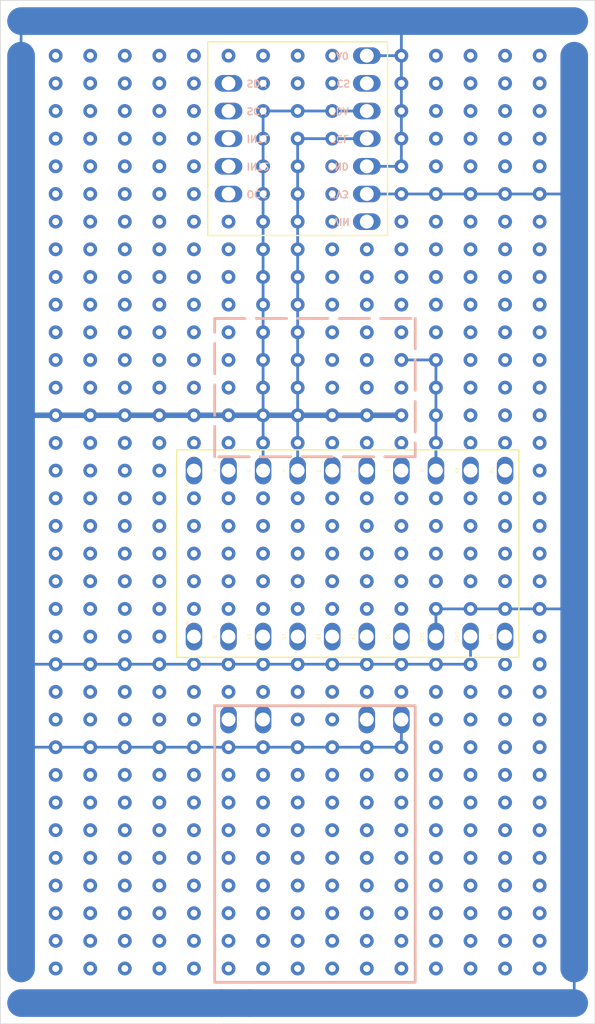
<source format=kicad_pcb>
(kicad_pcb (version 20241229) (generator "pcbnew") (generator_version "9.0")
  (layers (0 "F.Cu" signal) (2 "B.Cu" signal) (13 "F.Paste" user) (15 "B.Paste" user) (5 "F.SilkS" user "F.Silkscreen") (7 "B.SilkS" user "B.Silkscreen") (1 "F.Mask" user) (3 "B.Mask" user) (25 "Edge.Cuts" user))
  (net 0 "")
  (footprint "PCM_Espressif:ESP32-C6-SUPER-MINI" (layer "F.Cu") (at 98.5 56 -90)
    (property "Reference" "REF**" (hide yes))
    (property "Value" "ESP32-C6-SUPER-MINI" (hide yes))
  )
  (footprint "" (layer "F.Cu") (at 90 68)
    (property "Reference" "")
    (property "Value" "")
  )
  (footprint "" (layer "F.Cu") (at 77.5 68)
    (property "Reference" "")
    (property "Value" "")
  )
  (footprint "" (layer "F.Cu") (at 87.5 68)
    (property "Reference" "")
    (property "Value" "")
  )
  (footprint "Package_LGA:BMI160" (layer "F.Cu") (at 82.5 33 180)
    (property "Reference" "REF**" (hide yes))
    (property "Value" "BMI160" (hide yes))
  )
  (footprint "" (layer "F.Cu") (at 80 68)
    (property "Reference" "")
    (property "Value" "")
  )
  (gr_rect (start 76.5 67) (end 91 87) (stroke (width 0.2)) (fill no) (layer "B.SilkS"))
  (gr_rect (start 76.5 39) (end 91 49) (stroke (width 0.2) (type dash)) (fill no) (layer "B.SilkS"))
  (gr_rect (start 61 16) (end 104 90) (stroke (width 0.05)) (fill no) (layer "Edge.Cuts"))
  (via (at 80 36) (size 1) (drill 0.5) (layers "F.Cu" "B.Cu") (padstack (mode front_inner_back) (layer "Inner" (size 1)) (layer "B.Cu" (size 1))) (net 0))
  (via (at 90 30) (size 1) (drill 0.5) (layers "F.Cu" "B.Cu") (padstack (mode front_inner_back) (layer "Inner" (size 1)) (layer "B.Cu" (size 1))) (net 0))
  (via (at 100 60) (size 1) (drill 0.5) (layers "F.Cu" "B.Cu") (padstack (mode front_inner_back) (layer "Inner" (size 1)) (layer "B.Cu" (size 1))) (net 0))
  (via (at 92.5 86) (size 1) (drill 0.5) (layers "F.Cu" "B.Cu") (padstack (mode front_inner_back) (layer "Inner" (size 1)) (layer "B.Cu" (size 1))) (net 0))
  (via (at 90 34) (size 1) (drill 0.5) (layers "F.Cu" "B.Cu") (padstack (mode front_inner_back) (layer "Inner" (size 1)) (layer "B.Cu" (size 1))) (net 0))
  (via (at 85 72) (size 1) (drill 0.5) (layers "F.Cu" "B.Cu") (padstack (mode front_inner_back) (layer "Inner" (size 1)) (layer "B.Cu" (size 1))) (net 0))
  (via (at 82.5 48) (size 1) (drill 0.5) (layers "F.Cu" "B.Cu") (padstack (mode front_inner_back) (layer "Inner" (size 1)) (layer "B.Cu" (size 1))) (net 0))
  (via (at 67.5 46) (size 1) (drill 0.5) (layers "F.Cu" "B.Cu") (padstack (mode front_inner_back) (layer "Inner" (size 1)) (layer "B.Cu" (size 1))) (net 0))
  (via (at 95 70) (size 1) (drill 0.5) (layers "F.Cu" "B.Cu") (padstack (mode front_inner_back) (layer "Inner" (size 1)) (layer "B.Cu" (size 1))) (net 0))
  (via (at 72.5 60) (size 1) (drill 0.5) (layers "F.Cu" "B.Cu") (padstack (mode front_inner_back) (layer "Inner" (size 1)) (layer "B.Cu" (size 1))) (net 0))
  (via (at 65 84) (size 1) (drill 0.5) (layers "F.Cu" "B.Cu") (padstack (mode front_inner_back) (layer "Inner" (size 1)) (layer "B.Cu" (size 1))) (net 0))
  (via (at 87.5 46) (size 1) (drill 0.5) (layers "F.Cu" "B.Cu") (padstack (mode front_inner_back) (layer "Inner" (size 1)) (layer "B.Cu" (size 1))) (net 0))
  (via (at 67.5 50) (size 1) (drill 0.5) (layers "F.Cu" "B.Cu") (padstack (mode front_inner_back) (layer "Inner" (size 1)) (layer "B.Cu" (size 1))) (net 0))
  (via (at 90 82) (size 1) (drill 0.5) (layers "F.Cu" "B.Cu") (padstack (mode front_inner_back) (layer "Inner" (size 1)) (layer "B.Cu" (size 1))) (net 0))
  (via (at 95 28) (size 1) (drill 0.5) (layers "F.Cu" "B.Cu") (padstack (mode front_inner_back) (layer "Inner" (size 1)) (layer "B.Cu" (size 1))) (net 0))
  (via (at 82.5 56) (size 1) (drill 0.5) (layers "F.Cu" "B.Cu") (padstack (mode front_inner_back) (layer "Inner" (size 1)) (layer "B.Cu" (size 1))) (net 0))
  (via (at 95 40) (size 1) (drill 0.5) (layers "F.Cu" "B.Cu") (padstack (mode front_inner_back) (layer "Inner" (size 1)) (layer "B.Cu" (size 1))) (net 0))
  (via (at 90 56) (size 1) (drill 0.5) (layers "F.Cu" "B.Cu") (padstack (mode front_inner_back) (layer "Inner" (size 1)) (layer "B.Cu" (size 1))) (net 0))
  (via (at 80 78) (size 1) (drill 0.5) (layers "F.Cu" "B.Cu") (padstack (mode front_inner_back) (layer "Inner" (size 1)) (layer "B.Cu" (size 1))) (net 0))
  (via (at 85 38) (size 1) (drill 0.5) (layers "F.Cu" "B.Cu") (padstack (mode front_inner_back) (layer "Inner" (size 1)) (layer "B.Cu" (size 1))) (net 0))
  (via (at 85 60) (size 1) (drill 0.5) (layers "F.Cu" "B.Cu") (padstack (mode front_inner_back) (layer "Inner" (size 1)) (layer "B.Cu" (size 1))) (net 0))
  (via (at 85 56) (size 1) (drill 0.5) (layers "F.Cu" "B.Cu") (padstack (mode front_inner_back) (layer "Inner" (size 1)) (layer "B.Cu" (size 1))) (net 0))
  (via (at 72.5 26) (size 1) (drill 0.5) (layers "F.Cu" "B.Cu") (padstack (mode front_inner_back) (layer "Inner" (size 1)) (layer "B.Cu" (size 1))) (net 0))
  (via (at 92.5 76) (size 1) (drill 0.5) (layers "F.Cu" "B.Cu") (padstack (mode front_inner_back) (layer "Inner" (size 1)) (layer "B.Cu" (size 1))) (net 0))
  (via (at 82.5 36) (size 1) (drill 0.5) (layers "F.Cu" "B.Cu") (padstack (mode front_inner_back) (layer "Inner" (size 1)) (layer "B.Cu" (size 1))) (net 0))
  (via (at 77.5 78) (size 1) (drill 0.5) (layers "F.Cu" "B.Cu") (padstack (mode front_inner_back) (layer "Inner" (size 1)) (layer "B.Cu" (size 1))) (net 0))
  (via (at 67.5 52) (size 1) (drill 0.5) (layers "F.Cu" "B.Cu") (padstack (mode front_inner_back) (layer "Inner" (size 1)) (layer "B.Cu" (size 1))) (net 0))
  (via (at 72.5 82) (size 1) (drill 0.5) (layers "F.Cu" "B.Cu") (padstack (mode front_inner_back) (layer "Inner" (size 1)) (layer "B.Cu" (size 1))) (net 0))
  (via (at 67.5 54) (size 1) (drill 0.5) (layers "F.Cu" "B.Cu") (padstack (mode front_inner_back) (layer "Inner" (size 1)) (layer "B.Cu" (size 1))) (net 0))
  (via (at 85 66) (size 1) (drill 0.5) (layers "F.Cu" "B.Cu") (padstack (mode front_inner_back) (layer "Inner" (size 1)) (layer "B.Cu" (size 1))) (net 0))
  (via (at 100 86) (size 1) (drill 0.5) (layers "F.Cu" "B.Cu") (padstack (mode front_inner_back) (layer "Inner" (size 1)) (layer "B.Cu" (size 1))) (net 0))
  (via (at 72.5 24) (size 1) (drill 0.5) (layers "F.Cu" "B.Cu") (padstack (mode front_inner_back) (layer "Inner" (size 1)) (layer "B.Cu" (size 1))) (net 0))
  (via (at 85 32) (size 1) (drill 0.5) (layers "F.Cu" "B.Cu") (padstack (mode front_inner_back) (layer "Inner" (size 1)) (layer "B.Cu" (size 1))) (net 0))
  (via (at 70 84) (size 1) (drill 0.5) (layers "F.Cu" "B.Cu") (padstack (mode front_inner_back) (layer "Inner" (size 1)) (layer "B.Cu" (size 1))) (net 0))
  (via (at 67.5 28) (size 1) (drill 0.5) (layers "F.Cu" "B.Cu") (padstack (mode front_inner_back) (layer "Inner" (size 1)) (layer "B.Cu" (size 1))) (net 0))
  (via (at 65 54) (size 1) (drill 0.5) (layers "F.Cu" "B.Cu") (padstack (mode front_inner_back) (layer "Inner" (size 1)) (layer "B.Cu" (size 1))) (net 0))
  (via (at 97.5 74) (size 1) (drill 0.5) (layers "F.Cu" "B.Cu") (padstack (mode front_inner_back) (layer "Inner" (size 1)) (layer "B.Cu" (size 1))) (net 0))
  (via (at 90 54) (size 1) (drill 0.5) (layers "F.Cu" "B.Cu") (padstack (mode front_inner_back) (layer "Inner" (size 1)) (layer "B.Cu" (size 1))) (net 0))
  (via (at 77.5 54) (size 1) (drill 0.5) (layers "F.Cu" "B.Cu") (padstack (mode front_inner_back) (layer "Inner" (size 1)) (layer "B.Cu" (size 1))) (net 0))
  (via (at 82.5 42) (size 1) (drill 0.5) (layers "F.Cu" "B.Cu") (padstack (mode front_inner_back) (layer "Inner" (size 1)) (layer "B.Cu" (size 1))) (net 0))
  (via (at 75 44) (size 1) (drill 0.5) (layers "F.Cu" "B.Cu") (padstack (mode front_inner_back) (layer "Inner" (size 1)) (layer "B.Cu" (size 1))) (net 0))
  (via (at 90 62) (size 1) (drill 0.5) (layers "F.Cu" "B.Cu") (padstack (mode front_inner_back) (layer "Inner" (size 1)) (layer "B.Cu" (size 1))) (net 0))
  (via (at 90 48) (size 1) (drill 0.5) (layers "F.Cu" "B.Cu") (padstack (mode front_inner_back) (layer "Inner" (size 1)) (layer "B.Cu" (size 1))) (net 0))
  (via (at 90 50) (size 1) (drill 0.5) (layers "F.Cu" "B.Cu") (padstack (mode front_inner_back) (layer "Inner" (size 1)) (layer "B.Cu" (size 1))) (net 0))
  (via (at 100 72) (size 1) (drill 0.5) (layers "F.Cu" "B.Cu") (padstack (mode front_inner_back) (layer "Inner" (size 1)) (layer "B.Cu" (size 1))) (net 0))
  (via (at 90 46) (size 1) (drill 0.5) (layers "F.Cu" "B.Cu") (padstack (mode front_inner_back) (layer "Inner" (size 1)) (layer "B.Cu" (size 1))) (net 0))
  (via (at 80 40) (size 1) (drill 0.5) (layers "F.Cu" "B.Cu") (padstack (mode front_inner_back) (layer "Inner" (size 1)) (layer "B.Cu" (size 1))) (net 0))
  (via (at 72.5 74) (size 1) (drill 0.5) (layers "F.Cu" "B.Cu") (padstack (mode front_inner_back) (layer "Inner" (size 1)) (layer "B.Cu" (size 1))) (net 0))
  (via (at 70 24) (size 1) (drill 0.5) (layers "F.Cu" "B.Cu") (padstack (mode front_inner_back) (layer "Inner" (size 1)) (layer "B.Cu" (size 1))) (net 0))
  (via (at 80 26) (size 1) (drill 0.5) (layers "F.Cu" "B.Cu") (padstack (mode front_inner_back) (layer "Inner" (size 1)) (layer "B.Cu" (size 1))) (net 0))
  (via (at 72.5 20) (size 1) (drill 0.5) (layers "F.Cu" "B.Cu") (padstack (mode front_inner_back) (layer "Inner" (size 1)) (layer "B.Cu" (size 1))) (net 0))
  (via (at 95 60) (size 1) (drill 0.5) (layers "F.Cu" "B.Cu") (padstack (mode front_inner_back) (layer "Inner" (size 1)) (layer "B.Cu" (size 1))) (net 0))
  (via (at 65 62) (size 1) (drill 0.5) (layers "F.Cu" "B.Cu") (padstack (mode front_inner_back) (layer "Inner" (size 1)) (layer "B.Cu" (size 1))) (net 0))
  (via (at 95 42) (size 1) (drill 0.5) (layers "F.Cu" "B.Cu") (padstack (mode front_inner_back) (layer "Inner" (size 1)) (layer "B.Cu" (size 1))) (net 0))
  (via (at 77.5 20) (size 1) (drill 0.5) (layers "F.Cu" "B.Cu") (padstack (mode front_inner_back) (layer "Inner" (size 1)) (layer "B.Cu" (size 1))) (net 0))
  (via (at 70 62) (size 1) (drill 0.5) (layers "F.Cu" "B.Cu") (padstack (mode front_inner_back) (layer "Inner" (size 1)) (layer "B.Cu" (size 1))) (net 0))
  (via (at 97.5 44) (size 1) (drill 0.5) (layers "F.Cu" "B.Cu") (padstack (mode front_inner_back) (layer "Inner" (size 1)) (layer "B.Cu" (size 1))) (net 0))
  (via (at 65 20) (size 1) (drill 0.5) (layers "F.Cu" "B.Cu") (padstack (mode front_inner_back) (layer "Inner" (size 1)) (layer "B.Cu" (size 1))) (net 0))
  (via (at 92.5 26) (size 1) (drill 0.5) (layers "F.Cu" "B.Cu") (padstack (mode front_inner_back) (layer "Inner" (size 1)) (layer "B.Cu" (size 1))) (net 0))
  (via (at 100 74) (size 1) (drill 0.5) (layers "F.Cu" "B.Cu") (padstack (mode front_inner_back) (layer "Inner" (size 1)) (layer "B.Cu" (size 1))) (net 0))
  (via (at 75 84) (size 1) (drill 0.5) (layers "F.Cu" "B.Cu") (padstack (mode front_inner_back) (layer "Inner" (size 1)) (layer "B.Cu" (size 1))) (net 0))
  (via (at 75 46) (size 1) (drill 0.5) (layers "F.Cu" "B.Cu") (padstack (mode front_inner_back) (layer "Inner" (size 1)) (layer "B.Cu" (size 1))) (net 0))
  (via (at 92.5 62) (size 1) (drill 0.5) (layers "F.Cu" "B.Cu") (padstack (mode front_inner_back) (layer "Inner" (size 1)) (layer "B.Cu" (size 1))) (net 0))
  (via (at 65 78) (size 1) (drill 0.5) (layers "F.Cu" "B.Cu") (padstack (mode front_inner_back) (layer "Inner" (size 1)) (layer "B.Cu" (size 1))) (net 0))
  (via (at 67.5 70) (size 1) (drill 0.5) (layers "F.Cu" "B.Cu") (padstack (mode front_inner_back) (layer "Inner" (size 1)) (layer "B.Cu" (size 1))) (net 0))
  (via (at 80 38) (size 1) (drill 0.5) (layers "F.Cu" "B.Cu") (padstack (mode front_inner_back) (layer "Inner" (size 1)) (layer "B.Cu" (size 1))) (net 0))
  (via (at 85 30) (size 1) (drill 0.5) (layers "F.Cu" "B.Cu") (padstack (mode front_inner_back) (layer "Inner" (size 1)) (layer "B.Cu" (size 1))) (net 0))
  (via (at 70 64) (size 1) (drill 0.5) (layers "F.Cu" "B.Cu") (padstack (mode front_inner_back) (layer "Inner" (size 1)) (layer "B.Cu" (size 1))) (net 0))
  (via (at 75 30) (size 1) (drill 0.5) (layers "F.Cu" "B.Cu") (padstack (mode front_inner_back) (layer "Inner" (size 1)) (layer "B.Cu" (size 1))) (net 0))
  (via (at 85 58) (size 1) (drill 0.5) (layers "F.Cu" "B.Cu") (padstack (mode front_inner_back) (layer "Inner" (size 1)) (layer "B.Cu" (size 1))) (net 0))
  (via (at 100 68) (size 1) (drill 0.5) (layers "F.Cu" "B.Cu") (padstack (mode front_inner_back) (layer "Inner" (size 1)) (layer "B.Cu" (size 1))) (net 0))
  (via (at 67.5 34) (size 1) (drill 0.5) (layers "F.Cu" "B.Cu") (padstack (mode front_inner_back) (layer "Inner" (size 1)) (layer "B.Cu" (size 1))) (net 0))
  (via (at 80 52) (size 1) (drill 0.5) (layers "F.Cu" "B.Cu") (padstack (mode front_inner_back) (layer "Inner" (size 1)) (layer "B.Cu" (size 1))) (net 0))
  (via (at 77.5 84) (size 1) (drill 0.5) (layers "F.Cu" "B.Cu") (padstack (mode front_inner_back) (layer "Inner" (size 1)) (layer "B.Cu" (size 1))) (net 0))
  (via (at 75 36) (size 1) (drill 0.5) (layers "F.Cu" "B.Cu") (padstack (mode front_inner_back) (layer "Inner" (size 1)) (layer "B.Cu" (size 1))) (net 0))
  (via (at 90 60) (size 1) (drill 0.5) (layers "F.Cu" "B.Cu") (padstack (mode front_inner_back) (layer "Inner" (size 1)) (layer "B.Cu" (size 1))) (net 0))
  (via (at 95 82) (size 1) (drill 0.5) (layers "F.Cu" "B.Cu") (padstack (mode front_inner_back) (layer "Inner" (size 1)) (layer "B.Cu" (size 1))) (net 0))
  (via (at 65 72) (size 1) (drill 0.5) (layers "F.Cu" "B.Cu") (padstack (mode front_inner_back) (layer "Inner" (size 1)) (layer "B.Cu" (size 1))) (net 0))
  (via (at 95 66) (size 1) (drill 0.5) (layers "F.Cu" "B.Cu") (padstack (mode front_inner_back) (layer "Inner" (size 1)) (layer "B.Cu" (size 1))) (net 0))
  (via (at 75 32) (size 1) (drill 0.5) (layers "F.Cu" "B.Cu") (padstack (mode front_inner_back) (layer "Inner" (size 1)) (layer "B.Cu" (size 1))) (net 0))
  (via (at 95 72) (size 1) (drill 0.5) (layers "F.Cu" "B.Cu") (padstack (mode front_inner_back) (layer "Inner" (size 1)) (layer "B.Cu" (size 1))) (net 0))
  (via (at 85 50) (size 1) (drill 0.5) (layers "F.Cu" "B.Cu") (padstack (mode front_inner_back) (layer "Inner" (size 1)) (layer "B.Cu" (size 1))) (net 0))
  (via (at 65 38) (size 1) (drill 0.5) (layers "F.Cu" "B.Cu") (padstack (mode front_inner_back) (layer "Inner" (size 1)) (layer "B.Cu" (size 1))) (net 0))
  (via (at 67.5 82) (size 1) (drill 0.5) (layers "F.Cu" "B.Cu") (padstack (mode front_inner_back) (layer "Inner" (size 1)) (layer "B.Cu" (size 1))) (net 0))
  (via (at 75 22) (size 1) (drill 0.5) (layers "F.Cu" "B.Cu") (padstack (mode front_inner_back) (layer "Inner" (size 1)) (layer "B.Cu" (size 1))) (net 0))
  (via (at 100 34) (size 1) (drill 0.5) (layers "F.Cu" "B.Cu") (padstack (mode front_inner_back) (layer "Inner" (size 1)) (layer "B.Cu" (size 1))) (net 0))
  (via (at 80 48) (size 1) (drill 0.5) (layers "F.Cu" "B.Cu") (padstack (mode front_inner_back) (layer "Inner" (size 1)) (layer "B.Cu" (size 1))) (net 0))
  (via (at 92.5 20) (size 1) (drill 0.5) (layers "F.Cu" "B.Cu") (padstack (mode front_inner_back) (layer "Inner" (size 1)) (layer "B.Cu" (size 1))) (net 0))
  (via (at 65 46) (size 1) (drill 0.5) (layers "F.Cu" "B.Cu") (padstack (mode front_inner_back) (layer "Inner" (size 1)) (layer "B.Cu" (size 1))) (net 0))
  (via (at 92.5 42) (size 1) (drill 0.5) (layers "F.Cu" "B.Cu") (padstack (mode front_inner_back) (layer "Inner" (size 1)) (layer "B.Cu" (size 1))) (net 0))
  (via (at 70 82) (size 1) (drill 0.5) (layers "F.Cu" "B.Cu") (padstack (mode front_inner_back) (layer "Inner" (size 1)) (layer "B.Cu" (size 1))) (net 0))
  (via (at 75 20) (size 1) (drill 0.5) (layers "F.Cu" "B.Cu") (padstack (mode front_inner_back) (layer "Inner" (size 1)) (layer "B.Cu" (size 1))) (net 0))
  (via (at 82.5 80) (size 1) (drill 0.5) (layers "F.Cu" "B.Cu") (padstack (mode front_inner_back) (layer "Inner" (size 1)) (layer "B.Cu" (size 1))) (net 0))
  (via (at 97.5 70) (size 1) (drill 0.5) (layers "F.Cu" "B.Cu") (padstack (mode front_inner_back) (layer "Inner" (size 1)) (layer "B.Cu" (size 1))) (net 0))
  (via (at 70 20) (size 1) (drill 0.5) (layers "F.Cu" "B.Cu") (padstack (mode front_inner_back) (layer "Inner" (size 1)) (layer "B.Cu" (size 1))) (net 0))
  (via (at 95 68) (size 1) (drill 0.5) (layers "F.Cu" "B.Cu") (padstack (mode front_inner_back) (layer "Inner" (size 1)) (layer "B.Cu" (size 1))) (net 0))
  (via (at 92.5 22) (size 1) (drill 0.5) (layers "F.Cu" "B.Cu") (padstack (mode front_inner_back) (layer "Inner" (size 1)) (layer "B.Cu" (size 1))) (net 0))
  (via (at 70 54) (size 1) (drill 0.5) (layers "F.Cu" "B.Cu") (padstack (mode front_inner_back) (layer "Inner" (size 1)) (layer "B.Cu" (size 1))) (net 0))
  (via (at 65 60) (size 1) (drill 0.5) (layers "F.Cu" "B.Cu") (padstack (mode front_inner_back) (layer "Inner" (size 1)) (layer "B.Cu" (size 1))) (net 0))
  (via (at 92.5 68) (size 1) (drill 0.5) (layers "F.Cu" "B.Cu") (padstack (mode front_inner_back) (layer "Inner" (size 1)) (layer "B.Cu" (size 1))) (net 0))
  (via (at 85 54) (size 1) (drill 0.5) (layers "F.Cu" "B.Cu") (padstack (mode front_inner_back) (layer "Inner" (size 1)) (layer "B.Cu" (size 1))) (net 0))
  (via (at 90 70) (size 1) (drill 0.5) (layers "F.Cu" "B.Cu") (padstack (mode front_inner_back) (layer "Inner" (size 1)) (layer "B.Cu" (size 1))) (net 0))
  (via (at 77.5 76) (size 1) (drill 0.5) (layers "F.Cu" "B.Cu") (padstack (mode front_inner_back) (layer "Inner" (size 1)) (layer "B.Cu" (size 1))) (net 0))
  (via (at 90 64) (size 1) (drill 0.5) (layers "F.Cu" "B.Cu") (padstack (mode front_inner_back) (layer "Inner" (size 1)) (layer "B.Cu" (size 1))) (net 0))
  (via (at 72.5 80) (size 1) (drill 0.5) (layers "F.Cu" "B.Cu") (padstack (mode front_inner_back) (layer "Inner" (size 1)) (layer "B.Cu" (size 1))) (net 0))
  (via (at 97.5 66) (size 1) (drill 0.5) (layers "F.Cu" "B.Cu") (padstack (mode front_inner_back) (layer "Inner" (size 1)) (layer "B.Cu" (size 1))) (net 0))
  (via (at 97.5 62) (size 1) (drill 0.5) (layers "F.Cu" "B.Cu") (padstack (mode front_inner_back) (layer "Inner" (size 1)) (layer "B.Cu" (size 1))) (net 0))
  (via (at 70 40) (size 1) (drill 0.5) (layers "F.Cu" "B.Cu") (padstack (mode front_inner_back) (layer "Inner" (size 1)) (layer "B.Cu" (size 1))) (net 0))
  (via (at 65 70) (size 1) (drill 0.5) (layers "F.Cu" "B.Cu") (padstack (mode front_inner_back) (layer "Inner" (size 1)) (layer "B.Cu" (size 1))) (net 0))
  (via (at 95 34) (size 1) (drill 0.5) (layers "F.Cu" "B.Cu") (padstack (mode front_inner_back) (layer "Inner" (size 1)) (layer "B.Cu" (size 1))) (net 0))
  (via (at 72.5 86) (size 1) (drill 0.5) (layers "F.Cu" "B.Cu") (padstack (mode front_inner_back) (layer "Inner" (size 1)) (layer "B.Cu" (size 1))) (net 0))
  (via (at 77.5 36) (size 1) (drill 0.5) (layers "F.Cu" "B.Cu") (padstack (mode front_inner_back) (layer "Inner" (size 1)) (layer "B.Cu" (size 1))) (net 0))
  (via (at 97.5 52) (size 1) (drill 0.5) (layers "F.Cu" "B.Cu") (padstack (mode front_inner_back) (layer "Inner" (size 1)) (layer "B.Cu" (size 1))) (net 0))
  (via (at 87.5 64) (size 1) (drill 0.5) (layers "F.Cu" "B.Cu") (padstack (mode front_inner_back) (layer "Inner" (size 1)) (layer "B.Cu" (size 1))) (net 0))
  (via (at 85 80) (size 1) (drill 0.5) (layers "F.Cu" "B.Cu") (padstack (mode front_inner_back) (layer "Inner" (size 1)) (layer "B.Cu" (size 1))) (net 0))
  (via (at 82.5 68) (size 1) (drill 0.5) (layers "F.Cu" "B.Cu") (padstack (mode front_inner_back) (layer "Inner" (size 1)) (layer "B.Cu" (size 1))) (net 0))
  (via (at 67.5 68) (size 1) (drill 0.5) (layers "F.Cu" "B.Cu") (padstack (mode front_inner_back) (layer "Inner" (size 1)) (layer "B.Cu" (size 1))) (net 0))
  (via (at 67.5 24) (size 1) (drill 0.5) (layers "F.Cu" "B.Cu") (padstack (mode front_inner_back) (layer "Inner" (size 1)) (layer "B.Cu" (size 1))) (net 0))
  (via (at 97.5 60) (size 1) (drill 0.5) (layers "F.Cu" "B.Cu") (padstack (mode front_inner_back) (layer "Inner" (size 1)) (layer "B.Cu" (size 1))) (net 0))
  (via (at 100 48) (size 1) (drill 0.5) (layers "F.Cu" "B.Cu") (padstack (mode front_inner_back) (layer "Inner" (size 1)) (layer "B.Cu" (size 1))) (net 0))
  (via (at 85 36) (size 1) (drill 0.5) (layers "F.Cu" "B.Cu") (padstack (mode front_inner_back) (layer "Inner" (size 1)) (layer "B.Cu" (size 1))) (net 0))
  (via (at 65 36) (size 1) (drill 0.5) (layers "F.Cu" "B.Cu") (padstack (mode front_inner_back) (layer "Inner" (size 1)) (layer "B.Cu" (size 1))) (net 0))
  (via (at 70 74) (size 1) (drill 0.5) (layers "F.Cu" "B.Cu") (padstack (mode front_inner_back) (layer "Inner" (size 1)) (layer "B.Cu" (size 1))) (net 0))
  (via (at 72.5 44) (size 1) (drill 0.5) (layers "F.Cu" "B.Cu") (padstack (mode front_inner_back) (layer "Inner" (size 1)) (layer "B.Cu" (size 1))) (net 0))
  (via (at 72.5 22) (size 1) (drill 0.5) (layers "F.Cu" "B.Cu") (padstack (mode front_inner_back) (layer "Inner" (size 1)) (layer "B.Cu" (size 1))) (net 0))
  (via (at 90 26) (size 1) (drill 0.5) (layers "F.Cu" "B.Cu") (padstack (mode front_inner_back) (layer "Inner" (size 1)) (layer "B.Cu" (size 1))) (net 0))
  (via (at 92.5 58) (size 1) (drill 0.5) (layers "F.Cu" "B.Cu") (padstack (mode front_inner_back) (layer "Inner" (size 1)) (layer "B.Cu" (size 1))) (net 0))
  (via (at 100 76) (size 1) (drill 0.5) (layers "F.Cu" "B.Cu") (padstack (mode front_inner_back) (layer "Inner" (size 1)) (layer "B.Cu" (size 1))) (net 0))
  (via (at 97.5 82) (size 1) (drill 0.5) (layers "F.Cu" "B.Cu") (padstack (mode front_inner_back) (layer "Inner" (size 1)) (layer "B.Cu" (size 1))) (net 0))
  (via (at 95 74) (size 1) (drill 0.5) (layers "F.Cu" "B.Cu") (padstack (mode front_inner_back) (layer "Inner" (size 1)) (layer "B.Cu" (size 1))) (net 0))
  (via (at 90 40) (size 1) (drill 0.5) (layers "F.Cu" "B.Cu") (padstack (mode front_inner_back) (layer "Inner" (size 1)) (layer "B.Cu" (size 1))) (net 0))
  (via (at 75 56) (size 1) (drill 0.5) (layers "F.Cu" "B.Cu") (padstack (mode front_inner_back) (layer "Inner" (size 1)) (layer "B.Cu" (size 1))) (net 0))
  (via (at 100 64) (size 1) (drill 0.5) (layers "F.Cu" "B.Cu") (padstack (mode front_inner_back) (layer "Inner" (size 1)) (layer "B.Cu" (size 1))) (net 0))
  (via (at 85 62) (size 1) (drill 0.5) (layers "F.Cu" "B.Cu") (padstack (mode front_inner_back) (layer "Inner" (size 1)) (layer "B.Cu" (size 1))) (net 0))
  (via (at 92.5 72) (size 1) (drill 0.5) (layers "F.Cu" "B.Cu") (padstack (mode front_inner_back) (layer "Inner" (size 1)) (layer "B.Cu" (size 1))) (net 0))
  (via (at 92.5 78) (size 1) (drill 0.5) (layers "F.Cu" "B.Cu") (padstack (mode front_inner_back) (layer "Inner" (size 1)) (layer "B.Cu" (size 1))) (net 0))
  (via (at 70 32) (size 1) (drill 0.5) (layers "F.Cu" "B.Cu") (padstack (mode front_inner_back) (layer "Inner" (size 1)) (layer "B.Cu" (size 1))) (net 0))
  (via (at 65 26) (size 1) (drill 0.5) (layers "F.Cu" "B.Cu") (padstack (mode front_inner_back) (layer "Inner" (size 1)) (layer "B.Cu" (size 1))) (net 0))
  (via (at 100 36) (size 1) (drill 0.5) (layers "F.Cu" "B.Cu") (padstack (mode front_inner_back) (layer "Inner" (size 1)) (layer "B.Cu" (size 1))) (net 0))
  (via (at 82.5 32) (size 1) (drill 0.5) (layers "F.Cu" "B.Cu") (padstack (mode front_inner_back) (layer "Inner" (size 1)) (layer "B.Cu" (size 1))) (net 0))
  (via (at 97.5 68) (size 1) (drill 0.5) (layers "F.Cu" "B.Cu") (padstack (mode front_inner_back) (layer "Inner" (size 1)) (layer "B.Cu" (size 1))) (net 0))
  (via (at 100 54) (size 1) (drill 0.5) (layers "F.Cu" "B.Cu") (padstack (mode front_inner_back) (layer "Inner" (size 1)) (layer "B.Cu" (size 1))) (net 0))
  (via (at 97.5 58) (size 1) (drill 0.5) (layers "F.Cu" "B.Cu") (padstack (mode front_inner_back) (layer "Inner" (size 1)) (layer "B.Cu" (size 1))) (net 0))
  (via (at 85 78) (size 1) (drill 0.5) (layers "F.Cu" "B.Cu") (padstack (mode front_inner_back) (layer "Inner" (size 1)) (layer "B.Cu" (size 1))) (net 0))
  (via (at 87.5 72) (size 1) (drill 0.5) (layers "F.Cu" "B.Cu") (padstack (mode front_inner_back) (layer "Inner" (size 1)) (layer "B.Cu" (size 1))) (net 0))
  (via (at 80 62) (size 1) (drill 0.5) (layers "F.Cu" "B.Cu") (padstack (mode front_inner_back) (layer "Inner" (size 1)) (layer "B.Cu" (size 1))) (net 0))
  (via (at 80 44) (size 1) (drill 0.5) (layers "F.Cu" "B.Cu") (padstack (mode front_inner_back) (layer "Inner" (size 1)) (layer "B.Cu" (size 1))) (net 0))
  (via (at 70 58) (size 1) (drill 0.5) (layers "F.Cu" "B.Cu") (padstack (mode front_inner_back) (layer "Inner" (size 1)) (layer "B.Cu" (size 1))) (net 0))
  (via (at 70 36) (size 1) (drill 0.5) (layers "F.Cu" "B.Cu") (padstack (mode front_inner_back) (layer "Inner" (size 1)) (layer "B.Cu" (size 1))) (net 0))
  (via (at 77.5 60) (size 1) (drill 0.5) (layers "F.Cu" "B.Cu") (padstack (mode front_inner_back) (layer "Inner" (size 1)) (layer "B.Cu" (size 1))) (net 0))
  (via (at 82.5 58) (size 1) (drill 0.5) (layers "F.Cu" "B.Cu") (padstack (mode front_inner_back) (layer "Inner" (size 1)) (layer "B.Cu" (size 1))) (net 0))
  (via (at 65 82) (size 1) (drill 0.5) (layers "F.Cu" "B.Cu") (padstack (mode front_inner_back) (layer "Inner" (size 1)) (layer "B.Cu" (size 1))) (net 0))
  (via (at 80 28) (size 1) (drill 0.5) (layers "F.Cu" "B.Cu") (padstack (mode front_inner_back) (layer "Inner" (size 1)) (layer "B.Cu" (size 1))) (net 0))
  (via (at 92.5 74) (size 1) (drill 0.5) (layers "F.Cu" "B.Cu") (padstack (mode front_inner_back) (layer "Inner" (size 1)) (layer "B.Cu" (size 1))) (net 0))
  (via (at 87.5 34) (size 1) (drill 0.5) (layers "F.Cu" "B.Cu") (padstack (mode front_inner_back) (layer "Inner" (size 1)) (layer "B.Cu" (size 1))) (net 0))
  (via (at 82.5 28) (size 1) (drill 0.5) (layers "F.Cu" "B.Cu") (padstack (mode front_inner_back) (layer "Inner" (size 1)) (layer "B.Cu" (size 1))) (net 0))
  (via (at 75 66) (size 1) (drill 0.5) (layers "F.Cu" "B.Cu") (padstack (mode front_inner_back) (layer "Inner" (size 1)) (layer "B.Cu" (size 1))) (net 0))
  (via (at 72.5 38) (size 1) (drill 0.5) (layers "F.Cu" "B.Cu") (padstack (mode front_inner_back) (layer "Inner" (size 1)) (layer "B.Cu" (size 1))) (net 0))
  (via (at 82.5 40) (size 1) (drill 0.5) (layers "F.Cu" "B.Cu") (padstack (mode front_inner_back) (layer "Inner" (size 1)) (layer "B.Cu" (size 1))) (net 0))
  (via (at 75 62) (size 1) (drill 0.5) (layers "F.Cu" "B.Cu") (padstack (mode front_inner_back) (layer "Inner" (size 1)) (layer "B.Cu" (size 1))) (net 0))
  (via (at 75 74) (size 1) (drill 0.5) (layers "F.Cu" "B.Cu") (padstack (mode front_inner_back) (layer "Inner" (size 1)) (layer "B.Cu" (size 1))) (net 0))
  (via (at 65 22) (size 1) (drill 0.5) (layers "F.Cu" "B.Cu") (padstack (mode front_inner_back) (layer "Inner" (size 1)) (layer "B.Cu" (size 1))) (net 0))
  (via (at 65 76) (size 1) (drill 0.5) (layers "F.Cu" "B.Cu") (padstack (mode front_inner_back) (layer "Inner" (size 1)) (layer "B.Cu" (size 1))) (net 0))
  (via (at 65 34) (size 1) (drill 0.5) (layers "F.Cu" "B.Cu") (padstack (mode front_inner_back) (layer "Inner" (size 1)) (layer "B.Cu" (size 1))) (net 0))
  (via (at 80 24) (size 1) (drill 0.5) (layers "F.Cu" "B.Cu") (padstack (mode front_inner_back) (layer "Inner" (size 1)) (layer "B.Cu" (size 1))) (net 0))
  (via (at 100 66) (size 1) (drill 0.5) (layers "F.Cu" "B.Cu") (padstack (mode front_inner_back) (layer "Inner" (size 1)) (layer "B.Cu" (size 1))) (net 0))
  (via (at 65 24) (size 1) (drill 0.5) (layers "F.Cu" "B.Cu") (padstack (mode front_inner_back) (layer "Inner" (size 1)) (layer "B.Cu" (size 1))) (net 0))
  (via (at 95 52) (size 1) (drill 0.5) (layers "F.Cu" "B.Cu") (padstack (mode front_inner_back) (layer "Inner" (size 1)) (layer "B.Cu" (size 1))) (net 0))
  (via (at 75 82) (size 1) (drill 0.5) (layers "F.Cu" "B.Cu") (padstack (mode front_inner_back) (layer "Inner" (size 1)) (layer "B.Cu" (size 1))) (net 0))
  (via (at 67.5 84) (size 1) (drill 0.5) (layers "F.Cu" "B.Cu") (padstack (mode front_inner_back) (layer "Inner" (size 1)) (layer "B.Cu" (size 1))) (net 0))
  (via (at 72.5 66) (size 1) (drill 0.5) (layers "F.Cu" "B.Cu") (padstack (mode front_inner_back) (layer "Inner" (size 1)) (layer "B.Cu" (size 1))) (net 0))
  (via (at 82.5 52) (size 1) (drill 0.5) (layers "F.Cu" "B.Cu") (padstack (mode front_inner_back) (layer "Inner" (size 1)) (layer "B.Cu" (size 1))) (net 0))
  (via (at 70 80) (size 1) (drill 0.5) (layers "F.Cu" "B.Cu") (padstack (mode front_inner_back) (layer "Inner" (size 1)) (layer "B.Cu" (size 1))) (net 0))
  (via (at 82.5 54) (size 1) (drill 0.5) (layers "F.Cu" "B.Cu") (padstack (mode front_inner_back) (layer "Inner" (size 1)) (layer "B.Cu" (size 1))) (net 0))
  (via (at 87.5 70) (size 1) (drill 0.5) (layers "F.Cu" "B.Cu") (padstack (mode front_inner_back) (layer "Inner" (size 1)) (layer "B.Cu" (size 1))) (net 0))
  (via (at 82.5 66) (size 1) (drill 0.5) (layers "F.Cu" "B.Cu") (padstack (mode front_inner_back) (layer "Inner" (size 1)) (layer "B.Cu" (size 1))) (net 0))
  (via (at 97.5 84) (size 1) (drill 0.5) (layers "F.Cu" "B.Cu") (padstack (mode front_inner_back) (layer "Inner" (size 1)) (layer "B.Cu" (size 1))) (net 0))
  (via (at 97.5 20) (size 1) (drill 0.5) (layers "F.Cu" "B.Cu") (padstack (mode front_inner_back) (layer "Inner" (size 1)) (layer "B.Cu" (size 1))) (net 0))
  (via (at 67.5 32) (size 1) (drill 0.5) (layers "F.Cu" "B.Cu") (padstack (mode front_inner_back) (layer "Inner" (size 1)) (layer "B.Cu" (size 1))) (net 0))
  (via (at 75 54) (size 1) (drill 0.5) (layers "F.Cu" "B.Cu") (padstack (mode front_inner_back) (layer "Inner" (size 1)) (layer "B.Cu" (size 1))) (net 0))
  (via (at 70 22) (size 1) (drill 0.5) (layers "F.Cu" "B.Cu") (padstack (mode front_inner_back) (layer "Inner" (size 1)) (layer "B.Cu" (size 1))) (net 0))
  (via (at 92.5 66) (size 1) (drill 0.5) (layers "F.Cu" "B.Cu") (padstack (mode front_inner_back) (layer "Inner" (size 1)) (layer "B.Cu" (size 1))) (net 0))
  (via (at 100 44) (size 1) (drill 0.5) (layers "F.Cu" "B.Cu") (padstack (mode front_inner_back) (layer "Inner" (size 1)) (layer "B.Cu" (size 1))) (net 0))
  (via (at 85 64) (size 1) (drill 0.5) (layers "F.Cu" "B.Cu") (padstack (mode front_inner_back) (layer "Inner" (size 1)) (layer "B.Cu" (size 1))) (net 0))
  (via (at 72.5 50) (size 1) (drill 0.5) (layers "F.Cu" "B.Cu") (padstack (mode front_inner_back) (layer "Inner" (size 1)) (layer "B.Cu" (size 1))) (net 0))
  (via (at 77.5 74) (size 1) (drill 0.5) (layers "F.Cu" "B.Cu") (padstack (mode front_inner_back) (layer "Inner" (size 1)) (layer "B.Cu" (size 1))) (net 0))
  (via (at 65 68) (size 1) (drill 0.5) (layers "F.Cu" "B.Cu") (padstack (mode front_inner_back) (layer "Inner" (size 1)) (layer "B.Cu" (size 1))) (net 0))
  (via (at 70 46) (size 1) (drill 0.5) (layers "F.Cu" "B.Cu") (padstack (mode front_inner_back) (layer "Inner" (size 1)) (layer "B.Cu" (size 1))) (net 0))
  (via (at 75 26) (size 1) (drill 0.5) (layers "F.Cu" "B.Cu") (padstack (mode front_inner_back) (layer "Inner" (size 1)) (layer "B.Cu" (size 1))) (net 0))
  (via (at 80 74) (size 1) (drill 0.5) (layers "F.Cu" "B.Cu") (padstack (mode front_inner_back) (layer "Inner" (size 1)) (layer "B.Cu" (size 1))) (net 0))
  (via (at 72.5 62) (size 1) (drill 0.5) (layers "F.Cu" "B.Cu") (padstack (mode front_inner_back) (layer "Inner" (size 1)) (layer "B.Cu" (size 1))) (net 0))
  (via (at 92.5 82) (size 1) (drill 0.5) (layers "F.Cu" "B.Cu") (padstack (mode front_inner_back) (layer "Inner" (size 1)) (layer "B.Cu" (size 1))) (net 0))
  (via (at 75 60) (size 1) (drill 0.5) (layers "F.Cu" "B.Cu") (padstack (mode front_inner_back) (layer "Inner" (size 1)) (layer "B.Cu" (size 1))) (net 0))
  (via (at 80 66) (size 1) (drill 0.5) (layers "F.Cu" "B.Cu") (padstack (mode front_inner_back) (layer "Inner" (size 1)) (layer "B.Cu" (size 1))) (net 0))
  (via (at 95 86) (size 1) (drill 0.5) (layers "F.Cu" "B.Cu") (padstack (mode front_inner_back) (layer "Inner" (size 1)) (layer "B.Cu" (size 1))) (net 0))
  (via (at 67.5 62) (size 1) (drill 0.5) (layers "F.Cu" "B.Cu") (padstack (mode front_inner_back) (layer "Inner" (size 1)) (layer "B.Cu" (size 1))) (net 0))
  (via (at 97.5 36) (size 1) (drill 0.5) (layers "F.Cu" "B.Cu") (padstack (mode front_inner_back) (layer "Inner" (size 1)) (layer "B.Cu" (size 1))) (net 0))
  (via (at 70 86) (size 1) (drill 0.5) (layers "F.Cu" "B.Cu") (padstack (mode front_inner_back) (layer "Inner" (size 1)) (layer "B.Cu" (size 1))) (net 0))
  (via (at 75 86) (size 1) (drill 0.5) (layers "F.Cu" "B.Cu") (padstack (mode front_inner_back) (layer "Inner" (size 1)) (layer "B.Cu" (size 1))) (net 0))
  (via (at 100 50) (size 1) (drill 0.5) (layers "F.Cu" "B.Cu") (padstack (mode front_inner_back) (layer "Inner" (size 1)) (layer "B.Cu" (size 1))) (net 0))
  (via (at 82.5 76) (size 1) (drill 0.5) (layers "F.Cu" "B.Cu") (padstack (mode front_inner_back) (layer "Inner" (size 1)) (layer "B.Cu" (size 1))) (net 0))
  (via (at 65 58) (size 1) (drill 0.5) (layers "F.Cu" "B.Cu") (padstack (mode front_inner_back) (layer "Inner" (size 1)) (layer "B.Cu" (size 1))) (net 0))
  (via (at 95 62) (size 1) (drill 0.5) (layers "F.Cu" "B.Cu") (padstack (mode front_inner_back) (layer "Inner" (size 1)) (layer "B.Cu" (size 1))) (net 0))
  (via (at 100 78) (size 1) (drill 0.5) (layers "F.Cu" "B.Cu") (padstack (mode front_inner_back) (layer "Inner" (size 1)) (layer "B.Cu" (size 1))) (net 0))
  (via (at 65 42) (size 1) (drill 0.5) (layers "F.Cu" "B.Cu") (padstack (mode front_inner_back) (layer "Inner" (size 1)) (layer "B.Cu" (size 1))) (net 0))
  (via (at 75 42) (size 1) (drill 0.5) (layers "F.Cu" "B.Cu") (padstack (mode front_inner_back) (layer "Inner" (size 1)) (layer "B.Cu" (size 1))) (net 0))
  (via (at 97.5 42) (size 1) (drill 0.5) (layers "F.Cu" "B.Cu") (padstack (mode front_inner_back) (layer "Inner" (size 1)) (layer "B.Cu" (size 1))) (net 0))
  (via (at 77.5 70) (size 1) (drill 0.5) (layers "F.Cu" "B.Cu") (padstack (mode front_inner_back) (layer "Inner" (size 1)) (layer "B.Cu" (size 1))) (net 0))
  (via (at 95 50) (size 1) (drill 0.5) (layers "F.Cu" "B.Cu") (padstack (mode front_inner_back) (layer "Inner" (size 1)) (layer "B.Cu" (size 1))) (net 0))
  (via (at 80 68) (size 1) (drill 0.5) (layers "F.Cu" "B.Cu") (padstack (mode front_inner_back) (layer "Inner" (size 1)) (layer "B.Cu" (size 1))) (net 0))
  (via (at 85 34) (size 1) (drill 0.5) (layers "F.Cu" "B.Cu") (padstack (mode front_inner_back) (layer "Inner" (size 1)) (layer "B.Cu" (size 1))) (net 0))
  (via (at 82.5 70) (size 1) (drill 0.5) (layers "F.Cu" "B.Cu") (padstack (mode front_inner_back) (layer "Inner" (size 1)) (layer "B.Cu" (size 1))) (net 0))
  (via (at 82.5 20) (size 1) (drill 0.5) (layers "F.Cu" "B.Cu") (padstack (mode front_inner_back) (layer "Inner" (size 1)) (layer "B.Cu" (size 1))) (net 0))
  (via (at 97.5 56) (size 1) (drill 0.5) (layers "F.Cu" "B.Cu") (padstack (mode front_inner_back) (layer "Inner" (size 1)) (layer "B.Cu" (size 1))) (net 0))
  (via (at 70 52) (size 1) (drill 0.5) (layers "F.Cu" "B.Cu") (padstack (mode front_inner_back) (layer "Inner" (size 1)) (layer "B.Cu" (size 1))) (net 0))
  (via (at 72.5 68) (size 1) (drill 0.5) (layers "F.Cu" "B.Cu") (padstack (mode front_inner_back) (layer "Inner" (size 1)) (layer "B.Cu" (size 1))) (net 0))
  (via (at 100 24) (size 1) (drill 0.5) (layers "F.Cu" "B.Cu") (padstack (mode front_inner_back) (layer "Inner" (size 1)) (layer "B.Cu" (size 1))) (net 0))
  (via (at 70 34) (size 1) (drill 0.5) (layers "F.Cu" "B.Cu") (padstack (mode front_inner_back) (layer "Inner" (size 1)) (layer "B.Cu" (size 1))) (net 0))
  (via (at 75 50) (size 1) (drill 0.5) (layers "F.Cu" "B.Cu") (padstack (mode front_inner_back) (layer "Inner" (size 1)) (layer "B.Cu" (size 1))) (net 0))
  (via (at 80 58) (size 1) (drill 0.5) (layers "F.Cu" "B.Cu") (padstack (mode front_inner_back) (layer "Inner" (size 1)) (layer "B.Cu" (size 1))) (net 0))
  (via (at 92.5 34) (size 1) (drill 0.5) (layers "F.Cu" "B.Cu") (padstack (mode front_inner_back) (layer "Inner" (size 1)) (layer "B.Cu" (size 1))) (net 0))
  (via (at 90 28) (size 1) (drill 0.5) (layers "F.Cu" "B.Cu") (padstack (mode front_inner_back) (layer "Inner" (size 1)) (layer "B.Cu" (size 1))) (net 0))
  (via (at 75 78) (size 1) (drill 0.5) (layers "F.Cu" "B.Cu") (padstack (mode front_inner_back) (layer "Inner" (size 1)) (layer "B.Cu" (size 1))) (net 0))
  (via (at 65 66) (size 1) (drill 0.5) (layers "F.Cu" "B.Cu") (padstack (mode front_inner_back) (layer "Inner" (size 1)) (layer "B.Cu" (size 1))) (net 0))
  (via (at 67.5 44) (size 1) (drill 0.5) (layers "F.Cu" "B.Cu") (padstack (mode front_inner_back) (layer "Inner" (size 1)) (layer "B.Cu" (size 1))) (net 0))
  (via (at 65 28) (size 1) (drill 0.5) (layers "F.Cu" "B.Cu") (padstack (mode front_inner_back) (layer "Inner" (size 1)) (layer "B.Cu" (size 1))) (net 0))
  (via (at 82.5 38) (size 1) (drill 0.5) (layers "F.Cu" "B.Cu") (padstack (mode front_inner_back) (layer "Inner" (size 1)) (layer "B.Cu" (size 1))) (net 0))
  (via (at 95 20) (size 1) (drill 0.5) (layers "F.Cu" "B.Cu") (padstack (mode front_inner_back) (layer "Inner" (size 1)) (layer "B.Cu" (size 1))) (net 0))
  (via (at 80 60) (size 1) (drill 0.5) (layers "F.Cu" "B.Cu") (padstack (mode front_inner_back) (layer "Inner" (size 1)) (layer "B.Cu" (size 1))) (net 0))
  (via (at 90 72) (size 1) (drill 0.5) (layers "F.Cu" "B.Cu") (padstack (mode front_inner_back) (layer "Inner" (size 1)) (layer "B.Cu" (size 1))) (net 0))
  (via (at 87.5 38) (size 1) (drill 0.5) (layers "F.Cu" "B.Cu") (padstack (mode front_inner_back) (layer "Inner" (size 1)) (layer "B.Cu" (size 1))) (net 0))
  (via (at 75 76) (size 1) (drill 0.5) (layers "F.Cu" "B.Cu") (padstack (mode front_inner_back) (layer "Inner" (size 1)) (layer "B.Cu" (size 1))) (net 0))
  (via (at 97.5 34) (size 1) (drill 0.5) (layers "F.Cu" "B.Cu") (padstack (mode front_inner_back) (layer "Inner" (size 1)) (layer "B.Cu" (size 1))) (net 0))
  (via (at 72.5 58) (size 1) (drill 0.5) (layers "F.Cu" "B.Cu") (padstack (mode front_inner_back) (layer "Inner" (size 1)) (layer "B.Cu" (size 1))) (net 0))
  (via (at 80 46) (size 1) (drill 0.5) (layers "F.Cu" "B.Cu") (padstack (mode front_inner_back) (layer "Inner" (size 1)) (layer "B.Cu" (size 1))) (net 0))
  (via (at 95 54) (size 1) (drill 0.5) (layers "F.Cu" "B.Cu") (padstack (mode front_inner_back) (layer "Inner" (size 1)) (layer "B.Cu" (size 1))) (net 0))
  (via (at 65 44) (size 1) (drill 0.5) (layers "F.Cu" "B.Cu") (padstack (mode front_inner_back) (layer "Inner" (size 1)) (layer "B.Cu" (size 1))) (net 0))
  (via (at 75 68) (size 1) (drill 0.5) (layers "F.Cu" "B.Cu") (padstack (mode front_inner_back) (layer "Inner" (size 1)) (layer "B.Cu" (size 1))) (net 0))
  (via (at 90 80) (size 1) (drill 0.5) (layers "F.Cu" "B.Cu") (padstack (mode front_inner_back) (layer "Inner" (size 1)) (layer "B.Cu" (size 1))) (net 0))
  (via (at 92.5 84) (size 1) (drill 0.5) (layers "F.Cu" "B.Cu") (padstack (mode front_inner_back) (layer "Inner" (size 1)) (layer "B.Cu" (size 1))) (net 0))
  (via (at 82.5 64) (size 1) (drill 0.5) (layers "F.Cu" "B.Cu") (padstack (mode front_inner_back) (layer "Inner" (size 1)) (layer "B.Cu" (size 1))) (net 0))
  (via (at 67.5 76) (size 1) (drill 0.5) (layers "F.Cu" "B.Cu") (padstack (mode front_inner_back) (layer "Inner" (size 1)) (layer "B.Cu" (size 1))) (net 0))
  (via (at 90 44) (size 1) (drill 0.5) (layers "F.Cu" "B.Cu") (padstack (mode front_inner_back) (layer "Inner" (size 1)) (layer "B.Cu" (size 1))) (net 0))
  (via (at 82.5 78) (size 1) (drill 0.5) (layers "F.Cu" "B.Cu") (padstack (mode front_inner_back) (layer "Inner" (size 1)) (layer "B.Cu" (size 1))) (net 0))
  (via (at 75 52) (size 1) (drill 0.5) (layers "F.Cu" "B.Cu") (padstack (mode front_inner_back) (layer "Inner" (size 1)) (layer "B.Cu" (size 1))) (net 0))
  (via (at 90 22) (size 1) (drill 0.5) (layers "F.Cu" "B.Cu") (padstack (mode front_inner_back) (layer "Inner" (size 1)) (layer "B.Cu" (size 1))) (net 0))
  (via (at 72.5 30) (size 1) (drill 0.5) (layers "F.Cu" "B.Cu") (padstack (mode front_inner_back) (layer "Inner" (size 1)) (layer "B.Cu" (size 1))) (net 0))
  (via (at 85 28) (size 1) (drill 0.5) (layers "F.Cu" "B.Cu") (padstack (mode front_inner_back) (layer "Inner" (size 1)) (layer "B.Cu" (size 1))) (net 0))
  (via (at 67.5 80) (size 1) (drill 0.5) (layers "F.Cu" "B.Cu") (padstack (mode front_inner_back) (layer "Inner" (size 1)) (layer "B.Cu" (size 1))) (net 0))
  (via (at 75 48) (size 1) (drill 0.5) (layers "F.Cu" "B.Cu") (padstack (mode front_inner_back) (layer "Inner" (size 1)) (layer "B.Cu" (size 1))) (net 0))
  (via (at 87.5 66) (size 1) (drill 0.5) (layers "F.Cu" "B.Cu") (padstack (mode front_inner_back) (layer "Inner" (size 1)) (layer "B.Cu" (size 1))) (net 0))
  (via (at 90 36) (size 1) (drill 0.5) (layers "F.Cu" "B.Cu") (padstack (mode front_inner_back) (layer "Inner" (size 1)) (layer "B.Cu" (size 1))) (net 0))
  (via (at 97.5 72) (size 1) (drill 0.5) (layers "F.Cu" "B.Cu") (padstack (mode front_inner_back) (layer "Inner" (size 1)) (layer "B.Cu" (size 1))) (net 0))
  (via (at 97.5 22) (size 1) (drill 0.5) (layers "F.Cu" "B.Cu") (padstack (mode front_inner_back) (layer "Inner" (size 1)) (layer "B.Cu" (size 1))) (net 0))
  (via (at 85 20) (size 1) (drill 0.5) (layers "F.Cu" "B.Cu") (padstack (mode front_inner_back) (layer "Inner" (size 1)) (layer "B.Cu" (size 1))) (net 0))
  (via (at 82.5 72) (size 1) (drill 0.5) (layers "F.Cu" "B.Cu") (padstack (mode front_inner_back) (layer "Inner" (size 1)) (layer "B.Cu" (size 1))) (net 0))
  (via (at 92.5 50) (size 1) (drill 0.5) (layers "F.Cu" "B.Cu") (padstack (mode front_inner_back) (layer "Inner" (size 1)) (layer "B.Cu" (size 1))) (net 0))
  (via (at 87.5 48) (size 1) (drill 0.5) (layers "F.Cu" "B.Cu") (padstack (mode front_inner_back) (layer "Inner" (size 1)) (layer "B.Cu" (size 1))) (net 0))
  (via (at 97.5 26) (size 1) (drill 0.5) (layers "F.Cu" "B.Cu") (padstack (mode front_inner_back) (layer "Inner" (size 1)) (layer "B.Cu" (size 1))) (net 0))
  (via (at 85 84) (size 1) (drill 0.5) (layers "F.Cu" "B.Cu") (padstack (mode front_inner_back) (layer "Inner" (size 1)) (layer "B.Cu" (size 1))) (net 0))
  (via (at 77.5 64) (size 1) (drill 0.5) (layers "F.Cu" "B.Cu") (padstack (mode front_inner_back) (layer "Inner" (size 1)) (layer "B.Cu" (size 1))) (net 0))
  (via (at 92.5 36) (size 1) (drill 0.5) (layers "F.Cu" "B.Cu") (padstack (mode front_inner_back) (layer "Inner" (size 1)) (layer "B.Cu" (size 1))) (net 0))
  (via (at 67.5 40) (size 1) (drill 0.5) (layers "F.Cu" "B.Cu") (padstack (mode front_inner_back) (layer "Inner" (size 1)) (layer "B.Cu" (size 1))) (net 0))
  (via (at 67.5 72) (size 1) (drill 0.5) (layers "F.Cu" "B.Cu") (padstack (mode front_inner_back) (layer "Inner" (size 1)) (layer "B.Cu" (size 1))) (net 0))
  (via (at 87.5 86) (size 1) (drill 0.5) (layers "F.Cu" "B.Cu") (padstack (mode front_inner_back) (layer "Inner" (size 1)) (layer "B.Cu" (size 1))) (net 0))
  (via (at 100 30) (size 1) (drill 0.5) (layers "F.Cu" "B.Cu") (padstack (mode front_inner_back) (layer "Inner" (size 1)) (layer "B.Cu" (size 1))) (net 0))
  (via (at 77.5 46) (size 1) (drill 0.5) (layers "F.Cu" "B.Cu") (padstack (mode front_inner_back) (layer "Inner" (size 1)) (layer "B.Cu" (size 1))) (net 0))
  (via (at 67.5 48) (size 1) (drill 0.5) (layers "F.Cu" "B.Cu") (padstack (mode front_inner_back) (layer "Inner" (size 1)) (layer "B.Cu" (size 1))) (net 0))
  (via (at 77.5 86) (size 1) (drill 0.5) (layers "F.Cu" "B.Cu") (padstack (mode front_inner_back) (layer "Inner" (size 1)) (layer "B.Cu" (size 1))) (net 0))
  (via (at 97.5 86) (size 1) (drill 0.5) (layers "F.Cu" "B.Cu") (padstack (mode front_inner_back) (layer "Inner" (size 1)) (layer "B.Cu" (size 1))) (net 0))
  (via (at 85 44) (size 1) (drill 0.5) (layers "F.Cu" "B.Cu") (padstack (mode front_inner_back) (layer "Inner" (size 1)) (layer "B.Cu" (size 1))) (net 0))
  (via (at 85 46) (size 1) (drill 0.5) (layers "F.Cu" "B.Cu") (padstack (mode front_inner_back) (layer "Inner" (size 1)) (layer "B.Cu" (size 1))) (net 0))
  (via (at 100 82) (size 1) (drill 0.5) (layers "F.Cu" "B.Cu") (padstack (mode front_inner_back) (layer "Inner" (size 1)) (layer "B.Cu" (size 1))) (net 0))
  (via (at 85 52) (size 1) (drill 0.5) (layers "F.Cu" "B.Cu") (padstack (mode front_inner_back) (layer "Inner" (size 1)) (layer "B.Cu" (size 1))) (net 0))
  (via (at 72.5 46) (size 1) (drill 0.5) (layers "F.Cu" "B.Cu") (padstack (mode front_inner_back) (layer "Inner" (size 1)) (layer "B.Cu" (size 1))) (net 0))
  (via (at 70 76) (size 1) (drill 0.5) (layers "F.Cu" "B.Cu") (padstack (mode front_inner_back) (layer "Inner" (size 1)) (layer "B.Cu" (size 1))) (net 0))
  (via (at 80 64) (size 1) (drill 0.5) (layers "F.Cu" "B.Cu") (padstack (mode front_inner_back) (layer "Inner" (size 1)) (layer "B.Cu" (size 1))) (net 0))
  (via (at 87.5 58) (size 1) (drill 0.5) (layers "F.Cu" "B.Cu") (padstack (mode front_inner_back) (layer "Inner" (size 1)) (layer "B.Cu" (size 1))) (net 0))
  (via (at 97.5 78) (size 1) (drill 0.5) (layers "F.Cu" "B.Cu") (padstack (mode front_inner_back) (layer "Inner" (size 1)) (layer "B.Cu" (size 1))) (net 0))
  (via (at 100 26) (size 1) (drill 0.5) (layers "F.Cu" "B.Cu") (padstack (mode front_inner_back) (layer "Inner" (size 1)) (layer "B.Cu" (size 1))) (net 0))
  (via (at 97.5 32) (size 1) (drill 0.5) (layers "F.Cu" "B.Cu") (padstack (mode front_inner_back) (layer "Inner" (size 1)) (layer "B.Cu" (size 1))) (net 0))
  (via (at 87.5 80) (size 1) (drill 0.5) (layers "F.Cu" "B.Cu") (padstack (mode front_inner_back) (layer "Inner" (size 1)) (layer "B.Cu" (size 1))) (net 0))
  (via (at 72.5 54) (size 1) (drill 0.5) (layers "F.Cu" "B.Cu") (padstack (mode front_inner_back) (layer "Inner" (size 1)) (layer "B.Cu" (size 1))) (net 0))
  (via (at 80 76) (size 1) (drill 0.5) (layers "F.Cu" "B.Cu") (padstack (mode front_inner_back) (layer "Inner" (size 1)) (layer "B.Cu" (size 1))) (net 0))
  (via (at 77.5 52) (size 1) (drill 0.5) (layers "F.Cu" "B.Cu") (padstack (mode front_inner_back) (layer "Inner" (size 1)) (layer "B.Cu" (size 1))) (net 0))
  (via (at 95 64) (size 1) (drill 0.5) (layers "F.Cu" "B.Cu") (padstack (mode front_inner_back) (layer "Inner" (size 1)) (layer "B.Cu" (size 1))) (net 0))
  (via (at 65 48) (size 1) (drill 0.5) (layers "F.Cu" "B.Cu") (padstack (mode front_inner_back) (layer "Inner" (size 1)) (layer "B.Cu" (size 1))) (net 0))
  (via (at 75 80) (size 1) (drill 0.5) (layers "F.Cu" "B.Cu") (padstack (mode front_inner_back) (layer "Inner" (size 1)) (layer "B.Cu" (size 1))) (net 0))
  (via (at 92.5 80) (size 1) (drill 0.5) (layers "F.Cu" "B.Cu") (padstack (mode front_inner_back) (layer "Inner" (size 1)) (layer "B.Cu" (size 1))) (net 0))
  (via (at 75 72) (size 1) (drill 0.5) (layers "F.Cu" "B.Cu") (padstack (mode front_inner_back) (layer "Inner" (size 1)) (layer "B.Cu" (size 1))) (net 0))
  (via (at 67.5 60) (size 1) (drill 0.5) (layers "F.Cu" "B.Cu") (padstack (mode front_inner_back) (layer "Inner" (size 1)) (layer "B.Cu" (size 1))) (net 0))
  (via (at 92.5 52) (size 1) (drill 0.5) (layers "F.Cu" "B.Cu") (padstack (mode front_inner_back) (layer "Inner" (size 1)) (layer "B.Cu" (size 1))) (net 0))
  (via (at 82.5 30) (size 1) (drill 0.5) (layers "F.Cu" "B.Cu") (padstack (mode front_inner_back) (layer "Inner" (size 1)) (layer "B.Cu" (size 1))) (net 0))
  (via (at 77.5 68) (size 1) (drill 0.5) (layers "F.Cu" "B.Cu") (padstack (mode front_inner_back) (layer "Inner" (size 1)) (layer "B.Cu" (size 1))) (net 0))
  (via (at 72.5 34) (size 1) (drill 0.5) (layers "F.Cu" "B.Cu") (padstack (mode front_inner_back) (layer "Inner" (size 1)) (layer "B.Cu" (size 1))) (net 0))
  (via (at 80 30) (size 1) (drill 0.5) (layers "F.Cu" "B.Cu") (padstack (mode front_inner_back) (layer "Inner" (size 1)) (layer "B.Cu" (size 1))) (net 0))
  (via (at 65 74) (size 1) (drill 0.5) (layers "F.Cu" "B.Cu") (padstack (mode front_inner_back) (layer "Inner" (size 1)) (layer "B.Cu" (size 1))) (net 0))
  (via (at 65 56) (size 1) (drill 0.5) (layers "F.Cu" "B.Cu") (padstack (mode front_inner_back) (layer "Inner" (size 1)) (layer "B.Cu" (size 1))) (net 0))
  (via (at 87.5 60) (size 1) (drill 0.5) (layers "F.Cu" "B.Cu") (padstack (mode front_inner_back) (layer "Inner" (size 1)) (layer "B.Cu" (size 1))) (net 0))
  (via (at 70 68) (size 1) (drill 0.5) (layers "F.Cu" "B.Cu") (padstack (mode front_inner_back) (layer "Inner" (size 1)) (layer "B.Cu" (size 1))) (net 0))
  (via (at 80 72) (size 1) (drill 0.5) (layers "F.Cu" "B.Cu") (padstack (mode front_inner_back) (layer "Inner" (size 1)) (layer "B.Cu" (size 1))) (net 0))
  (via (at 72.5 52) (size 1) (drill 0.5) (layers "F.Cu" "B.Cu") (padstack (mode front_inner_back) (layer "Inner" (size 1)) (layer "B.Cu" (size 1))) (net 0))
  (via (at 97.5 46) (size 1) (drill 0.5) (layers "F.Cu" "B.Cu") (padstack (mode front_inner_back) (layer "Inner" (size 1)) (layer "B.Cu" (size 1))) (net 0))
  (via (at 92.5 32) (size 1) (drill 0.5) (layers "F.Cu" "B.Cu") (padstack (mode front_inner_back) (layer "Inner" (size 1)) (layer "B.Cu" (size 1))) (net 0))
  (via (at 92.5 24) (size 1) (drill 0.5) (layers "F.Cu" "B.Cu") (padstack (mode front_inner_back) (layer "Inner" (size 1)) (layer "B.Cu" (size 1))) (net 0))
  (via (at 77.5 72) (size 1) (drill 0.5) (layers "F.Cu" "B.Cu") (padstack (mode front_inner_back) (layer "Inner" (size 1)) (layer "B.Cu" (size 1))) (net 0))
  (via (at 72.5 84) (size 1) (drill 0.5) (layers "F.Cu" "B.Cu") (padstack (mode front_inner_back) (layer "Inner" (size 1)) (layer "B.Cu" (size 1))) (net 0))
  (via (at 95 78) (size 1) (drill 0.5) (layers "F.Cu" "B.Cu") (padstack (mode front_inner_back) (layer "Inner" (size 1)) (layer "B.Cu" (size 1))) (net 0))
  (via (at 95 36) (size 1) (drill 0.5) (layers "F.Cu" "B.Cu") (padstack (mode front_inner_back) (layer "Inner" (size 1)) (layer "B.Cu" (size 1))) (net 0))
  (via (at 100 42) (size 1) (drill 0.5) (layers "F.Cu" "B.Cu") (padstack (mode front_inner_back) (layer "Inner" (size 1)) (layer "B.Cu" (size 1))) (net 0))
  (via (at 87.5 76) (size 1) (drill 0.5) (layers "F.Cu" "B.Cu") (padstack (mode front_inner_back) (layer "Inner" (size 1)) (layer "B.Cu" (size 1))) (net 0))
  (via (at 77.5 44) (size 1) (drill 0.5) (layers "F.Cu" "B.Cu") (padstack (mode front_inner_back) (layer "Inner" (size 1)) (layer "B.Cu" (size 1))) (net 0))
  (via (at 92.5 64) (size 1) (drill 0.5) (layers "F.Cu" "B.Cu") (padstack (mode front_inner_back) (layer "Inner" (size 1)) (layer "B.Cu" (size 1))) (net 0))
  (via (at 85 76) (size 1) (drill 0.5) (layers "F.Cu" "B.Cu") (padstack (mode front_inner_back) (layer "Inner" (size 1)) (layer "B.Cu" (size 1))) (net 0))
  (via (at 67.5 36) (size 1) (drill 0.5) (layers "F.Cu" "B.Cu") (padstack (mode front_inner_back) (layer "Inner" (size 1)) (layer "B.Cu" (size 1))) (net 0))
  (via (at 92.5 56) (size 1) (drill 0.5) (layers "F.Cu" "B.Cu") (padstack (mode front_inner_back) (layer "Inner" (size 1)) (layer "B.Cu" (size 1))) (net 0))
  (via (at 82.5 60) (size 1) (drill 0.5) (layers "F.Cu" "B.Cu") (padstack (mode front_inner_back) (layer "Inner" (size 1)) (layer "B.Cu" (size 1))) (net 0))
  (via (at 75 40) (size 1) (drill 0.5) (layers "F.Cu" "B.Cu") (padstack (mode front_inner_back) (layer "Inner" (size 1)) (layer "B.Cu" (size 1))) (net 0))
  (via (at 100 20) (size 1) (drill 0.5) (layers "F.Cu" "B.Cu") (padstack (mode front_inner_back) (layer "Inner" (size 1)) (layer "B.Cu" (size 1))) (net 0))
  (via (at 87.5 62) (size 1) (drill 0.5) (layers "F.Cu" "B.Cu") (padstack (mode front_inner_back) (layer "Inner" (size 1)) (layer "B.Cu" (size 1))) (net 0))
  (via (at 82.5 84) (size 1) (drill 0.5) (layers "F.Cu" "B.Cu") (padstack (mode front_inner_back) (layer "Inner" (size 1)) (layer "B.Cu" (size 1))) (net 0))
  (via (at 90 32) (size 1) (drill 0.5) (layers "F.Cu" "B.Cu") (padstack (mode front_inner_back) (layer "Inner" (size 1)) (layer "B.Cu" (size 1))) (net 0))
  (via (at 65 52) (size 1) (drill 0.5) (layers "F.Cu" "B.Cu") (padstack (mode front_inner_back) (layer "Inner" (size 1)) (layer "B.Cu" (size 1))) (net 0))
  (via (at 100 22) (size 1) (drill 0.5) (layers "F.Cu" "B.Cu") (padstack (mode front_inner_back) (layer "Inner" (size 1)) (layer "B.Cu" (size 1))) (net 0))
  (via (at 80 22) (size 1) (drill 0.5) (layers "F.Cu" "B.Cu") (padstack (mode front_inner_back) (layer "Inner" (size 1)) (layer "B.Cu" (size 1))) (net 0))
  (via (at 65 86) (size 1) (drill 0.5) (layers "F.Cu" "B.Cu") (padstack (mode front_inner_back) (layer "Inner" (size 1)) (layer "B.Cu" (size 1))) (net 0))
  (via (at 87.5 56) (size 1) (drill 0.5) (layers "F.Cu" "B.Cu") (padstack (mode front_inner_back) (layer "Inner" (size 1)) (layer "B.Cu" (size 1))) (net 0))
  (via (at 90 74) (size 1) (drill 0.5) (layers "F.Cu" "B.Cu") (padstack (mode front_inner_back) (layer "Inner" (size 1)) (layer "B.Cu" (size 1))) (net 0))
  (via (at 80 42) (size 1) (drill 0.5) (layers "F.Cu" "B.Cu") (padstack (mode front_inner_back) (layer "Inner" (size 1)) (layer "B.Cu" (size 1))) (net 0))
  (via (at 77.5 32) (size 1) (drill 0.5) (layers "F.Cu" "B.Cu") (padstack (mode front_inner_back) (layer "Inner" (size 1)) (layer "B.Cu" (size 1))) (net 0))
  (via (at 65 80) (size 1) (drill 0.5) (layers "F.Cu" "B.Cu") (padstack (mode front_inner_back) (layer "Inner" (size 1)) (layer "B.Cu" (size 1))) (net 0))
  (via (at 80 84) (size 1) (drill 0.5) (layers "F.Cu" "B.Cu") (padstack (mode front_inner_back) (layer "Inner" (size 1)) (layer "B.Cu" (size 1))) (net 0))
  (via (at 100 80) (size 1) (drill 0.5) (layers "F.Cu" "B.Cu") (padstack (mode front_inner_back) (layer "Inner" (size 1)) (layer "B.Cu" (size 1))) (net 0))
  (via (at 95 30) (size 1) (drill 0.5) (layers "F.Cu" "B.Cu") (padstack (mode front_inner_back) (layer "Inner" (size 1)) (layer "B.Cu" (size 1))) (net 0))
  (via (at 100 84) (size 1) (drill 0.5) (layers "F.Cu" "B.Cu") (padstack (mode front_inner_back) (layer "Inner" (size 1)) (layer "B.Cu" (size 1))) (net 0))
  (via (at 70 66) (size 1) (drill 0.5) (layers "F.Cu" "B.Cu") (padstack (mode front_inner_back) (layer "Inner" (size 1)) (layer "B.Cu" (size 1))) (net 0))
  (via (at 97.5 40) (size 1) (drill 0.5) (layers "F.Cu" "B.Cu") (padstack (mode front_inner_back) (layer "Inner" (size 1)) (layer "B.Cu" (size 1))) (net 0))
  (via (at 70 42) (size 1) (drill 0.5) (layers "F.Cu" "B.Cu") (padstack (mode front_inner_back) (layer "Inner" (size 1)) (layer "B.Cu" (size 1))) (net 0))
  (via (at 75 64) (size 1) (drill 0.5) (layers "F.Cu" "B.Cu") (padstack (mode front_inner_back) (layer "Inner" (size 1)) (layer "B.Cu" (size 1))) (net 0))
  (via (at 82.5 74) (size 1) (drill 0.5) (layers "F.Cu" "B.Cu") (padstack (mode front_inner_back) (layer "Inner" (size 1)) (layer "B.Cu" (size 1))) (net 0))
  (via (at 70 78) (size 1) (drill 0.5) (layers "F.Cu" "B.Cu") (padstack (mode front_inner_back) (layer "Inner" (size 1)) (layer "B.Cu" (size 1))) (net 0))
  (via (at 95 48) (size 1) (drill 0.5) (layers "F.Cu" "B.Cu") (padstack (mode front_inner_back) (layer "Inner" (size 1)) (layer "B.Cu" (size 1))) (net 0))
  (via (at 97.5 50) (size 1) (drill 0.5) (layers "F.Cu" "B.Cu") (padstack (mode front_inner_back) (layer "Inner" (size 1)) (layer "B.Cu" (size 1))) (net 0))
  (via (at 65 30) (size 1) (drill 0.5) (layers "F.Cu" "B.Cu") (padstack (mode front_inner_back) (layer "Inner" (size 1)) (layer "B.Cu" (size 1))) (net 0))
  (via (at 87.5 36) (size 1) (drill 0.5) (layers "F.Cu" "B.Cu") (padstack (mode front_inner_back) (layer "Inner" (size 1)) (layer "B.Cu" (size 1))) (net 0))
  (via (at 97.5 38) (size 1) (drill 0.5) (layers "F.Cu" "B.Cu") (padstack (mode front_inner_back) (layer "Inner" (size 1)) (layer "B.Cu" (size 1))) (net 0))
  (via (at 75 28) (size 1) (drill 0.5) (layers "F.Cu" "B.Cu") (padstack (mode front_inner_back) (layer "Inner" (size 1)) (layer "B.Cu" (size 1))) (net 0))
  (via (at 65 40) (size 1) (drill 0.5) (layers "F.Cu" "B.Cu") (padstack (mode front_inner_back) (layer "Inner" (size 1)) (layer "B.Cu" (size 1))) (net 0))
  (via (at 70 38) (size 1) (drill 0.5) (layers "F.Cu" "B.Cu") (padstack (mode front_inner_back) (layer "Inner" (size 1)) (layer "B.Cu" (size 1))) (net 0))
  (via (at 82.5 82) (size 1) (drill 0.5) (layers "F.Cu" "B.Cu") (padstack (mode front_inner_back) (layer "Inner" (size 1)) (layer "B.Cu" (size 1))) (net 0))
  (via (at 77.5 48) (size 1) (drill 0.5) (layers "F.Cu" "B.Cu") (padstack (mode front_inner_back) (layer "Inner" (size 1)) (layer "B.Cu" (size 1))) (net 0))
  (via (at 92.5 60) (size 1) (drill 0.5) (layers "F.Cu" "B.Cu") (padstack (mode front_inner_back) (layer "Inner" (size 1)) (layer "B.Cu" (size 1))) (net 0))
  (via (at 97.5 30) (size 1) (drill 0.5) (layers "F.Cu" "B.Cu") (padstack (mode front_inner_back) (layer "Inner" (size 1)) (layer "B.Cu" (size 1))) (net 0))
  (via (at 87.5 68) (size 1) (drill 0.5) (layers "F.Cu" "B.Cu") (padstack (mode front_inner_back) (layer "Inner" (size 1)) (layer "B.Cu" (size 1))) (net 0))
  (via (at 90 58) (size 1) (drill 0.5) (layers "F.Cu" "B.Cu") (padstack (mode front_inner_back) (layer "Inner" (size 1)) (layer "B.Cu" (size 1))) (net 0))
  (via (at 80 56) (size 1) (drill 0.5) (layers "F.Cu" "B.Cu") (padstack (mode front_inner_back) (layer "Inner" (size 1)) (layer "B.Cu" (size 1))) (net 0))
  (via (at 95 80) (size 1) (drill 0.5) (layers "F.Cu" "B.Cu") (padstack (mode front_inner_back) (layer "Inner" (size 1)) (layer "B.Cu" (size 1))) (net 0))
  (via (at 82.5 86) (size 1) (drill 0.5) (layers "F.Cu" "B.Cu") (padstack (mode front_inner_back) (layer "Inner" (size 1)) (layer "B.Cu" (size 1))) (net 0))
  (via (at 95 32) (size 1) (drill 0.5) (layers "F.Cu" "B.Cu") (padstack (mode front_inner_back) (layer "Inner" (size 1)) (layer "B.Cu" (size 1))) (net 0))
  (via (at 77.5 56) (size 1) (drill 0.5) (layers "F.Cu" "B.Cu") (padstack (mode front_inner_back) (layer "Inner" (size 1)) (layer "B.Cu" (size 1))) (net 0))
  (via (at 77.5 40) (size 1) (drill 0.5) (layers "F.Cu" "B.Cu") (padstack (mode front_inner_back) (layer "Inner" (size 1)) (layer "B.Cu" (size 1))) (net 0))
  (via (at 90 20) (size 1) (drill 0.5) (layers "F.Cu" "B.Cu") (padstack (mode front_inner_back) (layer "Inner" (size 1)) (layer "B.Cu" (size 1))) (net 0))
  (via (at 95 56) (size 1) (drill 0.5) (layers "F.Cu" "B.Cu") (padstack (mode front_inner_back) (layer "Inner" (size 1)) (layer "B.Cu" (size 1))) (net 0))
  (via (at 90 52) (size 1) (drill 0.5) (layers "F.Cu" "B.Cu") (padstack (mode front_inner_back) (layer "Inner" (size 1)) (layer "B.Cu" (size 1))) (net 0))
  (via (at 87.5 84) (size 1) (drill 0.5) (layers "F.Cu" "B.Cu") (padstack (mode front_inner_back) (layer "Inner" (size 1)) (layer "B.Cu" (size 1))) (net 0))
  (via (at 90 24) (size 1) (drill 0.5) (layers "F.Cu" "B.Cu") (padstack (mode front_inner_back) (layer "Inner" (size 1)) (layer "B.Cu" (size 1))) (net 0))
  (via (at 80 86) (size 1) (drill 0.5) (layers "F.Cu" "B.Cu") (padstack (mode front_inner_back) (layer "Inner" (size 1)) (layer "B.Cu" (size 1))) (net 0))
  (via (at 90 84) (size 1) (drill 0.5) (layers "F.Cu" "B.Cu") (padstack (mode front_inner_back) (layer "Inner" (size 1)) (layer "B.Cu" (size 1))) (net 0))
  (via (at 100 52) (size 1) (drill 0.5) (layers "F.Cu" "B.Cu") (padstack (mode front_inner_back) (layer "Inner" (size 1)) (layer "B.Cu" (size 1))) (net 0))
  (via (at 70 30) (size 1) (drill 0.5) (layers "F.Cu" "B.Cu") (padstack (mode front_inner_back) (layer "Inner" (size 1)) (layer "B.Cu" (size 1))) (net 0))
  (via (at 67.5 20) (size 1) (drill 0.5) (layers "F.Cu" "B.Cu") (padstack (mode front_inner_back) (layer "Inner" (size 1)) (layer "B.Cu" (size 1))) (net 0))
  (via (at 65 64) (size 1) (drill 0.5) (layers "F.Cu" "B.Cu") (padstack (mode front_inner_back) (layer "Inner" (size 1)) (layer "B.Cu" (size 1))) (net 0))
  (via (at 87.5 42) (size 1) (drill 0.5) (layers "F.Cu" "B.Cu") (padstack (mode front_inner_back) (layer "Inner" (size 1)) (layer "B.Cu" (size 1))) (net 0))
  (via (at 85 40) (size 1) (drill 0.5) (layers "F.Cu" "B.Cu") (padstack (mode front_inner_back) (layer "Inner" (size 1)) (layer "B.Cu" (size 1))) (net 0))
  (via (at 95 46) (size 1) (drill 0.5) (layers "F.Cu" "B.Cu") (padstack (mode front_inner_back) (layer "Inner" (size 1)) (layer "B.Cu" (size 1))) (net 0))
  (via (at 90 66) (size 1) (drill 0.5) (layers "F.Cu" "B.Cu") (padstack (mode front_inner_back) (layer "Inner" (size 1)) (layer "B.Cu" (size 1))) (net 0))
  (via (at 80 54) (size 1) (drill 0.5) (layers "F.Cu" "B.Cu") (padstack (mode front_inner_back) (layer "Inner" (size 1)) (layer "B.Cu" (size 1))) (net 0))
  (via (at 85 70) (size 1) (drill 0.5) (layers "F.Cu" "B.Cu") (padstack (mode front_inner_back) (layer "Inner" (size 1)) (layer "B.Cu" (size 1))) (net 0))
  (via (at 70 48) (size 1) (drill 0.5) (layers "F.Cu" "B.Cu") (padstack (mode front_inner_back) (layer "Inner" (size 1)) (layer "B.Cu" (size 1))) (net 0))
  (via (at 82.5 26) (size 1) (drill 0.5) (layers "F.Cu" "B.Cu") (padstack (mode front_inner_back) (layer "Inner" (size 1)) (layer "B.Cu" (size 1))) (net 0))
  (via (at 65 50) (size 1) (drill 0.5) (layers "F.Cu" "B.Cu") (padstack (mode front_inner_back) (layer "Inner" (size 1)) (layer "B.Cu" (size 1))) (net 0))
  (via (at 95 22) (size 1) (drill 0.5) (layers "F.Cu" "B.Cu") (padstack (mode front_inner_back) (layer "Inner" (size 1)) (layer "B.Cu" (size 1))) (net 0))
  (via (at 77.5 34) (size 1) (drill 0.5) (layers "F.Cu" "B.Cu") (padstack (mode front_inner_back) (layer "Inner" (size 1)) (layer "B.Cu" (size 1))) (net 0))
  (via (at 70 70) (size 1) (drill 0.5) (layers "F.Cu" "B.Cu") (padstack (mode front_inner_back) (layer "Inner" (size 1)) (layer "B.Cu" (size 1))) (net 0))
  (via (at 72.5 76) (size 1) (drill 0.5) (layers "F.Cu" "B.Cu") (padstack (mode front_inner_back) (layer "Inner" (size 1)) (layer "B.Cu" (size 1))) (net 0))
  (via (at 90 42) (size 1) (drill 0.5) (layers "F.Cu" "B.Cu") (padstack (mode front_inner_back) (layer "Inner" (size 1)) (layer "B.Cu" (size 1))) (net 0))
  (via (at 67.5 30) (size 1) (drill 0.5) (layers "F.Cu" "B.Cu") (padstack (mode front_inner_back) (layer "Inner" (size 1)) (layer "B.Cu" (size 1))) (net 0))
  (via (at 72.5 78) (size 1) (drill 0.5) (layers "F.Cu" "B.Cu") (padstack (mode front_inner_back) (layer "Inner" (size 1)) (layer "B.Cu" (size 1))) (net 0))
  (via (at 82.5 62) (size 1) (drill 0.5) (layers "F.Cu" "B.Cu") (padstack (mode front_inner_back) (layer "Inner" (size 1)) (layer "B.Cu" (size 1))) (net 0))
  (via (at 97.5 24) (size 1) (drill 0.5) (layers "F.Cu" "B.Cu") (padstack (mode front_inner_back) (layer "Inner" (size 1)) (layer "B.Cu" (size 1))) (net 0))
  (via (at 87.5 50) (size 1) (drill 0.5) (layers "F.Cu" "B.Cu") (padstack (mode front_inner_back) (layer "Inner" (size 1)) (layer "B.Cu" (size 1))) (net 0))
  (via (at 72.5 32) (size 1) (drill 0.5) (layers "F.Cu" "B.Cu") (padstack (mode front_inner_back) (layer "Inner" (size 1)) (layer "B.Cu" (size 1))) (net 0))
  (via (at 67.5 38) (size 1) (drill 0.5) (layers "F.Cu" "B.Cu") (padstack (mode front_inner_back) (layer "Inner" (size 1)) (layer "B.Cu" (size 1))) (net 0))
  (via (at 77.5 42) (size 1) (drill 0.5) (layers "F.Cu" "B.Cu") (padstack (mode front_inner_back) (layer "Inner" (size 1)) (layer "B.Cu" (size 1))) (net 0))
  (via (at 80 20) (size 1) (drill 0.5) (layers "F.Cu" "B.Cu") (padstack (mode front_inner_back) (layer "Inner" (size 1)) (layer "B.Cu" (size 1))) (net 0))
  (via (at 67.5 66) (size 1) (drill 0.5) (layers "F.Cu" "B.Cu") (padstack (mode front_inner_back) (layer "Inner" (size 1)) (layer "B.Cu" (size 1))) (net 0))
  (via (at 85 74) (size 1) (drill 0.5) (layers "F.Cu" "B.Cu") (padstack (mode front_inner_back) (layer "Inner" (size 1)) (layer "B.Cu" (size 1))) (net 0))
  (via (at 72.5 40) (size 1) (drill 0.5) (layers "F.Cu" "B.Cu") (padstack (mode front_inner_back) (layer "Inner" (size 1)) (layer "B.Cu" (size 1))) (net 0))
  (via (at 72.5 56) (size 1) (drill 0.5) (layers "F.Cu" "B.Cu") (padstack (mode front_inner_back) (layer "Inner" (size 1)) (layer "B.Cu" (size 1))) (net 0))
  (via (at 70 44) (size 1) (drill 0.5) (layers "F.Cu" "B.Cu") (padstack (mode front_inner_back) (layer "Inner" (size 1)) (layer "B.Cu" (size 1))) (net 0))
  (via (at 92.5 30) (size 1) (drill 0.5) (layers "F.Cu" "B.Cu") (padstack (mode front_inner_back) (layer "Inner" (size 1)) (layer "B.Cu" (size 1))) (net 0))
  (via (at 82.5 22) (size 1) (drill 0.5) (layers "F.Cu" "B.Cu") (padstack (mode front_inner_back) (layer "Inner" (size 1)) (layer "B.Cu" (size 1))) (net 0))
  (via (at 77.5 58) (size 1) (drill 0.5) (layers "F.Cu" "B.Cu") (padstack (mode front_inner_back) (layer "Inner" (size 1)) (layer "B.Cu" (size 1))) (net 0))
  (via (at 67.5 26) (size 1) (drill 0.5) (layers "F.Cu" "B.Cu") (padstack (mode front_inner_back) (layer "Inner" (size 1)) (layer "B.Cu" (size 1))) (net 0))
  (via (at 100 28) (size 1) (drill 0.5) (layers "F.Cu" "B.Cu") (padstack (mode front_inner_back) (layer "Inner" (size 1)) (layer "B.Cu" (size 1))) (net 0))
  (via (at 100 46) (size 1) (drill 0.5) (layers "F.Cu" "B.Cu") (padstack (mode front_inner_back) (layer "Inner" (size 1)) (layer "B.Cu" (size 1))) (net 0))
  (via (at 100 32) (size 1) (drill 0.5) (layers "F.Cu" "B.Cu") (padstack (mode front_inner_back) (layer "Inner" (size 1)) (layer "B.Cu" (size 1))) (net 0))
  (via (at 85 48) (size 1) (drill 0.5) (layers "F.Cu" "B.Cu") (padstack (mode front_inner_back) (layer "Inner" (size 1)) (layer "B.Cu" (size 1))) (net 0))
  (via (at 87.5 54) (size 1) (drill 0.5) (layers "F.Cu" "B.Cu") (padstack (mode front_inner_back) (layer "Inner" (size 1)) (layer "B.Cu" (size 1))) (net 0))
  (via (at 97.5 64) (size 1) (drill 0.5) (layers "F.Cu" "B.Cu") (padstack (mode front_inner_back) (layer "Inner" (size 1)) (layer "B.Cu" (size 1))) (net 0))
  (via (at 77.5 62) (size 1) (drill 0.5) (layers "F.Cu" "B.Cu") (padstack (mode front_inner_back) (layer "Inner" (size 1)) (layer "B.Cu" (size 1))) (net 0))
  (via (at 95 26) (size 1) (drill 0.5) (layers "F.Cu" "B.Cu") (padstack (mode front_inner_back) (layer "Inner" (size 1)) (layer "B.Cu" (size 1))) (net 0))
  (via (at 97.5 48) (size 1) (drill 0.5) (layers "F.Cu" "B.Cu") (padstack (mode front_inner_back) (layer "Inner" (size 1)) (layer "B.Cu" (size 1))) (net 0))
  (via (at 85 86) (size 1) (drill 0.5) (layers "F.Cu" "B.Cu") (padstack (mode front_inner_back) (layer "Inner" (size 1)) (layer "B.Cu" (size 1))) (net 0))
  (via (at 100 58) (size 1) (drill 0.5) (layers "F.Cu" "B.Cu") (padstack (mode front_inner_back) (layer "Inner" (size 1)) (layer "B.Cu" (size 1))) (net 0))
  (via (at 92.5 38) (size 1) (drill 0.5) (layers "F.Cu" "B.Cu") (padstack (mode front_inner_back) (layer "Inner" (size 1)) (layer "B.Cu" (size 1))) (net 0))
  (via (at 87.5 52) (size 1) (drill 0.5) (layers "F.Cu" "B.Cu") (padstack (mode front_inner_back) (layer "Inner" (size 1)) (layer "B.Cu" (size 1))) (net 0))
  (via (at 92.5 28) (size 1) (drill 0.5) (layers "F.Cu" "B.Cu") (padstack (mode front_inner_back) (layer "Inner" (size 1)) (layer "B.Cu" (size 1))) (net 0))
  (via (at 72.5 28) (size 1) (drill 0.5) (layers "F.Cu" "B.Cu") (padstack (mode front_inner_back) (layer "Inner" (size 1)) (layer "B.Cu" (size 1))) (net 0))
  (via (at 75 70) (size 1) (drill 0.5) (layers "F.Cu" "B.Cu") (padstack (mode front_inner_back) (layer "Inner" (size 1)) (layer "B.Cu" (size 1))) (net 0))
  (via (at 97.5 80) (size 1) (drill 0.5) (layers "F.Cu" "B.Cu") (padstack (mode front_inner_back) (layer "Inner" (size 1)) (layer "B.Cu" (size 1))) (net 0))
  (via (at 70 60) (size 1) (drill 0.5) (layers "F.Cu" "B.Cu") (padstack (mode front_inner_back) (layer "Inner" (size 1)) (layer "B.Cu" (size 1))) (net 0))
  (via (at 95 84) (size 1) (drill 0.5) (layers "F.Cu" "B.Cu") (padstack (mode front_inner_back) (layer "Inner" (size 1)) (layer "B.Cu" (size 1))) (net 0))
  (via (at 70 56) (size 1) (drill 0.5) (layers "F.Cu" "B.Cu") (padstack (mode front_inner_back) (layer "Inner" (size 1)) (layer "B.Cu" (size 1))) (net 0))
  (via (at 100 56) (size 1) (drill 0.5) (layers "F.Cu" "B.Cu") (padstack (mode front_inner_back) (layer "Inner" (size 1)) (layer "B.Cu" (size 1))) (net 0))
  (via (at 77.5 50) (size 1) (drill 0.5) (layers "F.Cu" "B.Cu") (padstack (mode front_inner_back) (layer "Inner" (size 1)) (layer "B.Cu" (size 1))) (net 0))
  (via (at 67.5 64) (size 1) (drill 0.5) (layers "F.Cu" "B.Cu") (padstack (mode front_inner_back) (layer "Inner" (size 1)) (layer "B.Cu" (size 1))) (net 0))
  (via (at 92.5 48) (size 1) (drill 0.5) (layers "F.Cu" "B.Cu") (padstack (mode front_inner_back) (layer "Inner" (size 1)) (layer "B.Cu" (size 1))) (net 0))
  (via (at 80 34) (size 1) (drill 0.5) (layers "F.Cu" "B.Cu") (padstack (mode front_inner_back) (layer "Inner" (size 1)) (layer "B.Cu" (size 1))) (net 0))
  (via (at 67.5 78) (size 1) (drill 0.5) (layers "F.Cu" "B.Cu") (padstack (mode front_inner_back) (layer "Inner" (size 1)) (layer "B.Cu" (size 1))) (net 0))
  (via (at 92.5 40) (size 1) (drill 0.5) (layers "F.Cu" "B.Cu") (padstack (mode front_inner_back) (layer "Inner" (size 1)) (layer "B.Cu" (size 1))) (net 0))
  (via (at 90 68) (size 1) (drill 0.5) (layers "F.Cu" "B.Cu") (padstack (mode front_inner_back) (layer "Inner" (size 1)) (layer "B.Cu" (size 1))) (net 0))
  (via (at 85 24) (size 1) (drill 0.5) (layers "F.Cu" "B.Cu") (padstack (mode front_inner_back) (layer "Inner" (size 1)) (layer "B.Cu" (size 1))) (net 0))
  (via (at 92.5 46) (size 1) (drill 0.5) (layers "F.Cu" "B.Cu") (padstack (mode front_inner_back) (layer "Inner" (size 1)) (layer "B.Cu" (size 1))) (net 0))
  (via (at 72.5 36) (size 1) (drill 0.5) (layers "F.Cu" "B.Cu") (padstack (mode front_inner_back) (layer "Inner" (size 1)) (layer "B.Cu" (size 1))) (net 0))
  (via (at 100 70) (size 1) (drill 0.5) (layers "F.Cu" "B.Cu") (padstack (mode front_inner_back) (layer "Inner" (size 1)) (layer "B.Cu" (size 1))) (net 0))
  (via (at 95 44) (size 1) (drill 0.5) (layers "F.Cu" "B.Cu") (padstack (mode front_inner_back) (layer "Inner" (size 1)) (layer "B.Cu" (size 1))) (net 0))
  (via (at 72.5 42) (size 1) (drill 0.5) (layers "F.Cu" "B.Cu") (padstack (mode front_inner_back) (layer "Inner" (size 1)) (layer "B.Cu" (size 1))) (net 0))
  (via (at 87.5 40) (size 1) (drill 0.5) (layers "F.Cu" "B.Cu") (padstack (mode front_inner_back) (layer "Inner" (size 1)) (layer "B.Cu" (size 1))) (net 0))
  (via (at 100 38) (size 1) (drill 0.5) (layers "F.Cu" "B.Cu") (padstack (mode front_inner_back) (layer "Inner" (size 1)) (layer "B.Cu" (size 1))) (net 0))
  (via (at 80 82) (size 1) (drill 0.5) (layers "F.Cu" "B.Cu") (padstack (mode front_inner_back) (layer "Inner" (size 1)) (layer "B.Cu" (size 1))) (net 0))
  (via (at 67.5 58) (size 1) (drill 0.5) (layers "F.Cu" "B.Cu") (padstack (mode front_inner_back) (layer "Inner" (size 1)) (layer "B.Cu" (size 1))) (net 0))
  (via (at 72.5 70) (size 1) (drill 0.5) (layers "F.Cu" "B.Cu") (padstack (mode front_inner_back) (layer "Inner" (size 1)) (layer "B.Cu" (size 1))) (net 0))
  (via (at 80 80) (size 1) (drill 0.5) (layers "F.Cu" "B.Cu") (padstack (mode front_inner_back) (layer "Inner" (size 1)) (layer "B.Cu" (size 1))) (net 0))
  (via (at 100 40) (size 1) (drill 0.5) (layers "F.Cu" "B.Cu") (padstack (mode front_inner_back) (layer "Inner" (size 1)) (layer "B.Cu" (size 1))) (net 0))
  (via (at 80 50) (size 1) (drill 0.5) (layers "F.Cu" "B.Cu") (padstack (mode front_inner_back) (layer "Inner" (size 1)) (layer "B.Cu" (size 1))) (net 0))
  (via (at 77.5 38) (size 1) (drill 0.5) (layers "F.Cu" "B.Cu") (padstack (mode front_inner_back) (layer "Inner" (size 1)) (layer "B.Cu" (size 1))) (net 0))
  (via (at 85 68) (size 1) (drill 0.5) (layers "F.Cu" "B.Cu") (padstack (mode front_inner_back) (layer "Inner" (size 1)) (layer "B.Cu" (size 1))) (net 0))
  (via (at 75 34) (size 1) (drill 0.5) (layers "F.Cu" "B.Cu") (padstack (mode front_inner_back) (layer "Inner" (size 1)) (layer "B.Cu" (size 1))) (net 0))
  (via (at 82.5 34) (size 1) (drill 0.5) (layers "F.Cu" "B.Cu") (padstack (mode front_inner_back) (layer "Inner" (size 1)) (layer "B.Cu" (size 1))) (net 0))
  (via (at 82.5 50) (size 1) (drill 0.5) (layers "F.Cu" "B.Cu") (padstack (mode front_inner_back) (layer "Inner" (size 1)) (layer "B.Cu" (size 1))) (net 0))
  (via (at 70 50) (size 1) (drill 0.5) (layers "F.Cu" "B.Cu") (padstack (mode front_inner_back) (layer "Inner" (size 1)) (layer "B.Cu" (size 1))) (net 0))
  (via (at 95 58) (size 1) (drill 0.5) (layers "F.Cu" "B.Cu") (padstack (mode front_inner_back) (layer "Inner" (size 1)) (layer "B.Cu" (size 1))) (net 0))
  (via (at 67.5 86) (size 1) (drill 0.5) (layers "F.Cu" "B.Cu") (padstack (mode front_inner_back) (layer "Inner" (size 1)) (layer "B.Cu" (size 1))) (net 0))
  (via (at 70 26) (size 1) (drill 0.5) (layers "F.Cu" "B.Cu") (padstack (mode front_inner_back) (layer "Inner" (size 1)) (layer "B.Cu" (size 1))) (net 0))
  (via (at 70 28) (size 1) (drill 0.5) (layers "F.Cu" "B.Cu") (padstack (mode front_inner_back) (layer "Inner" (size 1)) (layer "B.Cu" (size 1))) (net 0))
  (via (at 97.5 76) (size 1) (drill 0.5) (layers "F.Cu" "B.Cu") (padstack (mode front_inner_back) (layer "Inner" (size 1)) (layer "B.Cu" (size 1))) (net 0))
  (via (at 95 38) (size 1) (drill 0.5) (layers "F.Cu" "B.Cu") (padstack (mode front_inner_back) (layer "Inner" (size 1)) (layer "B.Cu" (size 1))) (net 0))
  (via (at 82.5 24) (size 1) (drill 0.5) (layers "F.Cu" "B.Cu") (padstack (mode front_inner_back) (layer "Inner" (size 1)) (layer "B.Cu" (size 1))) (net 0))
  (via (at 90 76) (size 1) (drill 0.5) (layers "F.Cu" "B.Cu") (padstack (mode front_inner_back) (layer "Inner" (size 1)) (layer "B.Cu" (size 1))) (net 0))
  (via (at 90 78) (size 1) (drill 0.5) (layers "F.Cu" "B.Cu") (padstack (mode front_inner_back) (layer "Inner" (size 1)) (layer "B.Cu" (size 1))) (net 0))
  (via (at 67.5 22) (size 1) (drill 0.5) (layers "F.Cu" "B.Cu") (padstack (mode front_inner_back) (layer "Inner" (size 1)) (layer "B.Cu" (size 1))) (net 0))
  (via (at 77.5 66) (size 1) (drill 0.5) (layers "F.Cu" "B.Cu") (padstack (mode front_inner_back) (layer "Inner" (size 1)) (layer "B.Cu" (size 1))) (net 0))
  (via (at 80 70) (size 1) (drill 0.5) (layers "F.Cu" "B.Cu") (padstack (mode front_inner_back) (layer "Inner" (size 1)) (layer "B.Cu" (size 1))) (net 0))
  (via (at 77.5 80) (size 1) (drill 0.5) (layers "F.Cu" "B.Cu") (padstack (mode front_inner_back) (layer "Inner" (size 1)) (layer "B.Cu" (size 1))) (net 0))
  (via (at 67.5 74) (size 1) (drill 0.5) (layers "F.Cu" "B.Cu") (padstack (mode front_inner_back) (layer "Inner" (size 1)) (layer "B.Cu" (size 1))) (net 0))
  (via (at 97.5 54) (size 1) (drill 0.5) (layers "F.Cu" "B.Cu") (padstack (mode front_inner_back) (layer "Inner" (size 1)) (layer "B.Cu" (size 1))) (net 0))
  (via (at 85 26) (size 1) (drill 0.5) (layers "F.Cu" "B.Cu") (padstack (mode front_inner_back) (layer "Inner" (size 1)) (layer "B.Cu" (size 1))) (net 0))
  (via (at 85 22) (size 1) (drill 0.5) (layers "F.Cu" "B.Cu") (padstack (mode front_inner_back) (layer "Inner" (size 1)) (layer "B.Cu" (size 1))) (net 0))
  (via (at 77.5 82) (size 1) (drill 0.5) (layers "F.Cu" "B.Cu") (padstack (mode front_inner_back) (layer "Inner" (size 1)) (layer "B.Cu" (size 1))) (net 0))
  (via (at 75 38) (size 1) (drill 0.5) (layers "F.Cu" "B.Cu") (padstack (mode front_inner_back) (layer "Inner" (size 1)) (layer "B.Cu" (size 1))) (net 0))
  (via (at 82.5 44) (size 1) (drill 0.5) (layers "F.Cu" "B.Cu") (padstack (mode front_inner_back) (layer "Inner" (size 1)) (layer "B.Cu" (size 1))) (net 0))
  (via (at 87.5 44) (size 1) (drill 0.5) (layers "F.Cu" "B.Cu") (padstack (mode front_inner_back) (layer "Inner" (size 1)) (layer "B.Cu" (size 1))) (net 0))
  (via (at 75 24) (size 1) (drill 0.5) (layers "F.Cu" "B.Cu") (padstack (mode front_inner_back) (layer "Inner" (size 1)) (layer "B.Cu" (size 1))) (net 0))
  (via (at 80 32) (size 1) (drill 0.5) (layers "F.Cu" "B.Cu") (padstack (mode front_inner_back) (layer "Inner" (size 1)) (layer "B.Cu" (size 1))) (net 0))
  (via (at 95 76) (size 1) (drill 0.5) (layers "F.Cu" "B.Cu") (padstack (mode front_inner_back) (layer "Inner" (size 1)) (layer "B.Cu" (size 1))) (net 0))
  (via (at 70 72) (size 1) (drill 0.5) (layers "F.Cu" "B.Cu") (padstack (mode front_inner_back) (layer "Inner" (size 1)) (layer "B.Cu" (size 1))) (net 0))
  (via (at 75 58) (size 1) (drill 0.5) (layers "F.Cu" "B.Cu") (padstack (mode front_inner_back) (layer "Inner" (size 1)) (layer "B.Cu" (size 1))) (net 0))
  (via (at 87.5 78) (size 1) (drill 0.5) (layers "F.Cu" "B.Cu") (padstack (mode front_inner_back) (layer "Inner" (size 1)) (layer "B.Cu" (size 1))) (net 0))
  (via (at 97.5 28) (size 1) (drill 0.5) (layers "F.Cu" "B.Cu") (padstack (mode front_inner_back) (layer "Inner" (size 1)) (layer "B.Cu" (size 1))) (net 0))
  (via (at 85 82) (size 1) (drill 0.5) (layers "F.Cu" "B.Cu") (padstack (mode front_inner_back) (layer "Inner" (size 1)) (layer "B.Cu" (size 1))) (net 0))
  (via (at 90 38) (size 1) (drill 0.5) (layers "F.Cu" "B.Cu") (padstack (mode front_inner_back) (layer "Inner" (size 1)) (layer "B.Cu" (size 1))) (net 0))
  (via (at 72.5 72) (size 1) (drill 0.5) (layers "F.Cu" "B.Cu") (padstack (mode front_inner_back) (layer "Inner" (size 1)) (layer "B.Cu" (size 1))) (net 0))
  (via (at 82.5 46) (size 1) (drill 0.5) (layers "F.Cu" "B.Cu") (padstack (mode front_inner_back) (layer "Inner" (size 1)) (layer "B.Cu" (size 1))) (net 0))
  (via (at 72.5 64) (size 1) (drill 0.5) (layers "F.Cu" "B.Cu") (padstack (mode front_inner_back) (layer "Inner" (size 1)) (layer "B.Cu" (size 1))) (net 0))
  (via (at 87.5 82) (size 1) (drill 0.5) (layers "F.Cu" "B.Cu") (padstack (mode front_inner_back) (layer "Inner" (size 1)) (layer "B.Cu" (size 1))) (net 0))
  (via (at 85 42) (size 1) (drill 0.5) (layers "F.Cu" "B.Cu") (padstack (mode front_inner_back) (layer "Inner" (size 1)) (layer "B.Cu" (size 1))) (net 0))
  (via (at 92.5 54) (size 1) (drill 0.5) (layers "F.Cu" "B.Cu") (padstack (mode front_inner_back) (layer "Inner" (size 1)) (layer "B.Cu" (size 1))) (net 0))
  (via (at 92.5 70) (size 1) (drill 0.5) (layers "F.Cu" "B.Cu") (padstack (mode front_inner_back) (layer "Inner" (size 1)) (layer "B.Cu" (size 1))) (net 0))
  (via (at 65 32) (size 1) (drill 0.5) (layers "F.Cu" "B.Cu") (padstack (mode front_inner_back) (layer "Inner" (size 1)) (layer "B.Cu" (size 1))) (net 0))
  (via (at 90 86) (size 1) (drill 0.5) (layers "F.Cu" "B.Cu") (padstack (mode front_inner_back) (layer "Inner" (size 1)) (layer "B.Cu" (size 1))) (net 0))
  (via (at 100 62) (size 1) (drill 0.5) (layers "F.Cu" "B.Cu") (padstack (mode front_inner_back) (layer "Inner" (size 1)) (layer "B.Cu" (size 1))) (net 0))
  (via (at 92.5 44) (size 1) (drill 0.5) (layers "F.Cu" "B.Cu") (padstack (mode front_inner_back) (layer "Inner" (size 1)) (layer "B.Cu" (size 1))) (net 0))
  (via (at 67.5 56) (size 1) (drill 0.5) (layers "F.Cu" "B.Cu") (padstack (mode front_inner_back) (layer "Inner" (size 1)) (layer "B.Cu" (size 1))) (net 0))
  (via (at 67.5 42) (size 1) (drill 0.5) (layers "F.Cu" "B.Cu") (padstack (mode front_inner_back) (layer "Inner" (size 1)) (layer "B.Cu" (size 1))) (net 0))
  (via (at 87.5 74) (size 1) (drill 0.5) (layers "F.Cu" "B.Cu") (padstack (mode front_inner_back) (layer "Inner" (size 1)) (layer "B.Cu" (size 1))) (net 0))
  (via (at 95 24) (size 1) (drill 0.5) (layers "F.Cu" "B.Cu") (padstack (mode front_inner_back) (layer "Inner" (size 1)) (layer "B.Cu" (size 1))) (net 0))
  (via (at 72.5 48) (size 1) (drill 0.5) (layers "F.Cu" "B.Cu") (padstack (mode front_inner_back) (layer "Inner" (size 1)) (layer "B.Cu" (size 1))) (net 0))
  (segment (start 90 42) (end 92.5 42) (width 0.2) (layer "B.Cu") (net 0))
  (segment (start 62.5 52) (end 62.5 46) (width 2) (layer "B.Cu") (net 0))
  (segment (start 102.5 60) (end 102.5 45.5) (width 2) (layer "B.Cu") (net 0))
  (segment (start 95 64) (end 62.5 64) (width 0.2) (layer "B.Cu") (net 0))
  (segment (start 77 88.5) (end 62.5 88.5) (width 2) (layer "B.Cu") (net 0))
  (segment (start 79 88.5) (end 77 88.5) (width 2) (layer "B.Cu") (net 0))
  (segment (start 85 26) (end 82.5 26) (width 0.2) (layer "B.Cu") (net 0))
  (segment (start 62.5 42) (end 62.5 20) (width 2) (layer "B.Cu") (net 0))
  (segment (start 90 68) (end 90 70) (width 0.2) (layer "B.Cu") (net 0))
  (segment (start 63 84) (end 62.5 84.5) (width 0.2) (layer "B.Cu") (net 0))
  (segment (start 62.5 80.5) (end 62.5 70.5) (width 2) (layer "B.Cu") (net 0))
  (segment (start 102.5 88.5) (end 102.5 86) (width 0.2) (layer "B.Cu") (net 0))
  (segment (start 85 24) (end 80 24) (width 0.2) (layer "B.Cu") (net 0))
  (segment (start 90 20) (end 87.5 20) (width 0.2) (layer "B.Cu") (net 0))
  (segment (start 102.5 86) (end 102.5 60) (width 2) (layer "B.Cu") (net 0))
  (segment (start 85 24) (end 87.5 24) (width 0.2) (layer "B.Cu") (net 0))
  (segment (start 90 28) (end 87.5 28) (width 0.2) (layer "B.Cu") (net 0))
  (segment (start 95 62) (end 95 64) (width 0.2) (layer "B.Cu") (net 0))
  (segment (start 62.5 86) (end 62.5 84.5) (width 2) (layer "B.Cu") (net 0))
  (segment (start 87.5 30) (end 102.5 30) (width 0.2) (layer "B.Cu") (net 0))
  (segment (start 62.5 20) (end 62.5 17.5) (width 0.2) (layer "B.Cu") (net 0))
  (segment (start 90 17.5) (end 90 20) (width 0.2) (layer "B.Cu") (net 0))
  (segment (start 102.5 17.5) (end 90 17.5) (width 2) (layer "B.Cu") (net 0))
  (segment (start 102.5 88.5) (end 79 88.5) (width 2) (layer "B.Cu") (net 0))
  (segment (start 62.5 46) (end 62.5 44) (width 2) (layer "B.Cu") (net 0))
  (segment (start 102.5 45.5) (end 102.5 42) (width 2) (layer "B.Cu") (net 0))
  (segment (start 80 24) (end 80 50) (width 0.2) (layer "B.Cu") (net 0))
  (segment (start 92.5 60) (end 102.5 60) (width 0.2) (layer "B.Cu") (net 0))
  (segment (start 102 46) (end 102.5 45.5) (width 0.2) (layer "B.Cu") (net 0))
  (segment (start 77.5 88) (end 77 88.5) (width 0.2) (layer "B.Cu") (net 0))
  (segment (start 62.5 44) (end 62.5 42) (width 2) (layer "B.Cu") (net 0))
  (segment (start 102.5 42) (end 102.5 30) (width 2) (layer "B.Cu") (net 0))
  (segment (start 87.5 26) (end 85 26) (width 0.2) (layer "B.Cu") (net 0))
  (segment (start 62.5 70.5) (end 62.5 64) (width 2) (layer "B.Cu") (net 0))
  (segment (start 102.5 30) (end 102.5 28) (width 2) (layer "B.Cu") (net 0))
  (segment (start 92.5 48) (end 92.5 50) (width 0.2) (layer "B.Cu") (net 0))
  (segment (start 92.5 62) (end 92.5 60) (width 0.2) (layer "B.Cu") (net 0))
  (segment (start 62.5 84.5) (end 62.5 80.5) (width 2) (layer "B.Cu") (net 0))
  (segment (start 62.5 46) (end 90 46) (width 0.4) (layer "B.Cu") (net 0))
  (segment (start 102.5 28) (end 102.5 20) (width 2) (layer "B.Cu") (net 0))
  (segment (start 62.5 64) (end 62.5 52) (width 2) (layer "B.Cu") (net 0))
  (segment (start 90 70) (end 63 70) (width 0.2) (layer "B.Cu") (net 0))
  (segment (start 90 20) (end 90 28) (width 0.2) (layer "B.Cu") (net 0))
  (segment (start 82.5 26) (end 82.5 50) (width 0.2) (layer "B.Cu") (net 0))
  (segment (start 90 17.5) (end 62.5 17.5) (width 2) (layer "B.Cu") (net 0))
  (segment (start 63 70) (end 62.5 70.5) (width 0.2) (layer "B.Cu") (net 0))
  (segment (start 63 80) (end 62.5 80.5) (width 0.2) (layer "B.Cu") (net 0))
  (segment (start 92.5 42) (end 92.5 50) (width 0.2) (layer "B.Cu") (net 0))
)
</source>
